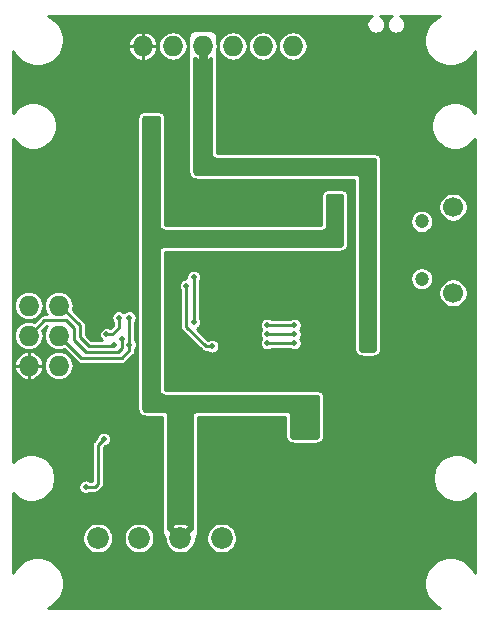
<source format=gbl>
%TF.GenerationSoftware,KiCad,Pcbnew,(5.0.1)-3*%
%TF.CreationDate,2018-10-26T14:13:05+13:00*%
%TF.ProjectId,TINY-REFLOW-CONTROLLER,54494E592D5245464C4F572D434F4E54,rev?*%
%TF.SameCoordinates,PX8f0d180PY5f5e100*%
%TF.FileFunction,Copper,L2,Bot,Signal*%
%TF.FilePolarity,Positive*%
%FSLAX46Y46*%
G04 Gerber Fmt 4.6, Leading zero omitted, Abs format (unit mm)*
G04 Created by KiCad (PCBNEW (5.0.1)-3) date 26/10/2018 14:13:05*
%MOMM*%
%LPD*%
G01*
G04 APERTURE LIST*
%TA.AperFunction,ComponentPad*%
%ADD10C,1.200000*%
%TD*%
%TA.AperFunction,ComponentPad*%
%ADD11C,1.700000*%
%TD*%
%TA.AperFunction,ComponentPad*%
%ADD12O,1.727200X1.727200*%
%TD*%
%TA.AperFunction,ComponentPad*%
%ADD13C,1.848000*%
%TD*%
%TA.AperFunction,ViaPad*%
%ADD14C,0.500000*%
%TD*%
%TA.AperFunction,Conductor*%
%ADD15C,0.381000*%
%TD*%
%TA.AperFunction,Conductor*%
%ADD16C,0.254000*%
%TD*%
%TA.AperFunction,Conductor*%
%ADD17C,0.508000*%
%TD*%
%TA.AperFunction,Conductor*%
%ADD18C,0.253000*%
%TD*%
G04 APERTURE END LIST*
D10*
%TO.P,J3,6*%
%TO.N,Net-(J3-Pad6)*%
X35051000Y28309000D03*
%TO.P,J3,7*%
%TO.N,Net-(J3-Pad7)*%
X35051000Y33159000D03*
D11*
%TO.P,J3,8*%
%TO.N,Net-(J3-Pad8)*%
X37701000Y27109000D03*
%TO.P,J3,9*%
%TO.N,Net-(J3-Pad9)*%
X37701000Y34359000D03*
%TD*%
D12*
%TO.P,J5,1*%
%TO.N,Net-(C7-Pad1)*%
X24130000Y48006000D03*
%TO.P,J5,2*%
%TO.N,/D0*%
X21590000Y48006000D03*
%TO.P,J5,3*%
%TO.N,/D1*%
X19050000Y48006000D03*
%TO.P,J5,4*%
%TO.N,VUSB*%
X16510000Y48006000D03*
%TO.P,J5,5*%
%TO.N,Net-(J5-Pad5)*%
X13970000Y48006000D03*
%TO.P,J5,6*%
%TO.N,GND*%
X11430000Y48006000D03*
%TD*%
%TO.P,J4,1*%
%TO.N,/D15*%
X4318000Y26035000D03*
%TO.P,J4,2*%
%TO.N,3V3*%
X1778000Y26035000D03*
%TO.P,J4,3*%
%TO.N,/D12*%
X4318000Y23495000D03*
%TO.P,J4,4*%
%TO.N,/D16*%
X1778000Y23495000D03*
%TO.P,J4,5*%
%TO.N,/RST*%
X4318000Y20955000D03*
%TO.P,J4,6*%
%TO.N,GND*%
X1778000Y20955000D03*
%TD*%
D13*
%TO.P,J2,1*%
%TO.N,3V3*%
X14605000Y6350000D03*
%TO.P,J2,2*%
%TO.N,Net-(J2-Pad2)*%
X18105000Y6350000D03*
%TD*%
%TO.P,J1,1*%
%TO.N,/TC-*%
X7620000Y6350000D03*
%TO.P,J1,2*%
%TO.N,/TC+*%
X11120000Y6350000D03*
%TD*%
D14*
%TO.N,GND*%
X10160000Y11430000D03*
X30480000Y6350000D03*
X35560000Y6350000D03*
X34290000Y5080000D03*
X25400000Y2540000D03*
X25400000Y5080000D03*
X24130000Y3810000D03*
X12700000Y5080000D03*
X10160000Y5080000D03*
X13970000Y1270000D03*
X11430000Y1270000D03*
X6350000Y1270000D03*
X5080000Y2540000D03*
X6350000Y3810000D03*
X7620000Y2540000D03*
X8890000Y3810000D03*
X10160000Y2540000D03*
X11430000Y3810000D03*
X12700000Y2540000D03*
X13970000Y3810000D03*
X15240000Y2540000D03*
X16510000Y3810000D03*
X17780000Y2540000D03*
X19050000Y3810000D03*
X20320000Y2540000D03*
X20320000Y5080000D03*
X20320000Y7620000D03*
X20320000Y10160000D03*
X20320000Y12700000D03*
X20320000Y15240000D03*
X21590000Y13970000D03*
X25400000Y10160000D03*
X24130000Y11430000D03*
X21590000Y8890000D03*
X21590000Y6350000D03*
X22860000Y5080000D03*
X24130000Y6350000D03*
X22860000Y7620000D03*
X24130000Y8890000D03*
X25400000Y7620000D03*
X8890000Y7620000D03*
X10160000Y8890000D03*
X8890000Y10160000D03*
X36830000Y25400000D03*
X34290000Y22860000D03*
X34290000Y17780000D03*
X36830000Y38100000D03*
X34290000Y43180000D03*
X34290000Y40640000D03*
X35560000Y39370000D03*
X34290000Y38100000D03*
X35560000Y36830000D03*
X34290000Y35560000D03*
X33020000Y31750000D03*
X33020000Y34290000D03*
X34290000Y7620000D03*
X31750000Y5080000D03*
X33020000Y6350000D03*
X31750000Y7620000D03*
X33020000Y8890000D03*
X31750000Y10160000D03*
X31750000Y12700000D03*
X33020000Y13970000D03*
X34290000Y15240000D03*
X35560000Y21590000D03*
X35560000Y13970000D03*
X36830000Y15240000D03*
X35560000Y16510000D03*
X35560000Y19050000D03*
X25400000Y21590000D03*
X27940000Y24130000D03*
X27940000Y26670000D03*
X27940000Y29210000D03*
X26670000Y27940000D03*
X26670000Y25400000D03*
X26670000Y22860000D03*
X24130000Y20320000D03*
X6350000Y16510000D03*
X6350000Y19050000D03*
X8890000Y19050000D03*
X10160000Y17780000D03*
X7620000Y20320000D03*
X17780000Y20320000D03*
X12700000Y10160000D03*
X12700000Y12700000D03*
X5080000Y48260000D03*
X38100000Y45720000D03*
X5080000Y40640000D03*
X7620000Y43180000D03*
X10160000Y40640000D03*
X22860000Y35560000D03*
X20320000Y35560000D03*
X7620000Y27940000D03*
X10160000Y20320000D03*
X7620000Y17780000D03*
X15240000Y20320000D03*
X20320000Y20320000D03*
X10160000Y38100000D03*
X10160000Y43180000D03*
X7620000Y40640000D03*
X7620000Y33020000D03*
X2540000Y33020000D03*
X2540000Y38100000D03*
X5080000Y43180000D03*
X2540000Y45720000D03*
X28956000Y43942000D03*
X30226000Y41402000D03*
X21844000Y25400000D03*
X22098000Y29210000D03*
X17018000Y25146000D03*
X17526000Y29210000D03*
X19558000Y27178000D03*
X20174000Y27810000D03*
X20174000Y26610000D03*
X18974000Y26610000D03*
X18974000Y27810000D03*
%TO.N,/TC-*%
X6616000Y10680000D03*
X8128000Y14732000D03*
%TO.N,3V3*%
X27940000Y34544000D03*
X27432000Y34036000D03*
X12700000Y41656000D03*
X12192000Y41656000D03*
X11684000Y41656000D03*
X17526000Y31496000D03*
X17526000Y32004000D03*
X11633000Y26797000D03*
X11633000Y27432000D03*
X11633000Y28067000D03*
X12446000Y17526000D03*
X12434000Y21832000D03*
X25908000Y15240000D03*
X25146000Y15240000D03*
X24384000Y15240000D03*
X25908000Y15748000D03*
X25146000Y15748000D03*
X24384000Y15748000D03*
%TO.N,/D12*%
X10287000Y25019000D03*
X10302000Y22718000D03*
%TO.N,/D16*%
X9652000Y23241000D03*
%TO.N,/D15*%
X9002000Y22733000D03*
%TO.N,/RST*%
X17293783Y22584217D03*
X21971000Y22860000D03*
X15113000Y27710000D03*
X24257000Y22860000D03*
%TO.N,VUSB*%
X30099000Y23114000D03*
X30861000Y23876000D03*
X30099000Y23876000D03*
%TO.N,/D14*%
X15748000Y28448000D03*
X15748000Y24638000D03*
%TO.N,/D11*%
X9398000Y25019000D03*
X8352000Y23592000D03*
%TO.N,/D0*%
X21971000Y23622000D03*
X24257000Y23622000D03*
%TO.N,/D1*%
X24257000Y24384000D03*
X21971000Y24384000D03*
%TD*%
D15*
%TO.N,GND*%
X8890000Y10160000D02*
X10160000Y11430000D01*
X34290000Y5080000D02*
X35560000Y6350000D01*
X24130000Y3810000D02*
X25400000Y2540000D01*
X22860000Y5080000D02*
X24130000Y3810000D01*
X8890000Y3810000D02*
X10160000Y5080000D01*
X10160000Y2540000D02*
X11430000Y1270000D01*
X6350000Y3810000D02*
X5080000Y2540000D01*
X8890000Y3810000D02*
X7620000Y2540000D01*
X11430000Y3810000D02*
X10160000Y2540000D01*
X13970000Y3810000D02*
X12700000Y2540000D01*
X16510000Y3810000D02*
X15240000Y2540000D01*
X19050000Y3810000D02*
X17780000Y2540000D01*
X20320000Y5080000D02*
X20320000Y2540000D01*
X21590000Y8890000D02*
X20320000Y7620000D01*
X20320000Y15240000D02*
X20320000Y12700000D01*
X24130000Y11430000D02*
X21590000Y13970000D01*
X24130000Y11430000D02*
X25400000Y10160000D01*
X21590000Y6350000D02*
X21590000Y8890000D01*
X24130000Y6350000D02*
X22860000Y5080000D01*
X24130000Y8890000D02*
X22860000Y7620000D01*
X31750000Y7620000D02*
X25400000Y7620000D01*
X10160000Y8890000D02*
X8890000Y7620000D01*
X12700000Y10160000D02*
X8890000Y10160000D01*
X35560000Y21590000D02*
X34290000Y22860000D01*
X34290000Y38100000D02*
X36830000Y38100000D01*
X34290000Y40640000D02*
X34290000Y43180000D01*
D16*
X34290000Y40640000D02*
X33528000Y41402000D01*
D15*
X35560000Y39370000D02*
X34290000Y40640000D01*
D16*
X35560000Y39370000D02*
X35560000Y43180000D01*
X33528000Y41402000D02*
X30226000Y41402000D01*
X35560000Y43180000D02*
X38100000Y45720000D01*
D15*
X34290000Y35560000D02*
X35560000Y36830000D01*
X33020000Y34290000D02*
X33020000Y31750000D01*
X33020000Y6350000D02*
X31750000Y5080000D01*
X33020000Y8890000D02*
X31750000Y7620000D01*
X31750000Y12700000D02*
X31750000Y10160000D01*
X35560000Y13970000D02*
X33020000Y13970000D01*
X35560000Y19050000D02*
X35560000Y21590000D01*
X35560000Y16510000D02*
X36830000Y15240000D01*
X30480000Y19050000D02*
X35560000Y19050000D01*
X26670000Y22860000D02*
X30480000Y19050000D01*
X27940000Y26670000D02*
X27940000Y24130000D01*
X26670000Y27940000D02*
X27940000Y29210000D01*
X26670000Y22860000D02*
X26670000Y25400000D01*
X20320000Y20320000D02*
X24130000Y20320000D01*
D16*
X7620000Y20320000D02*
X6350000Y19050000D01*
X7620000Y20320000D02*
X10160000Y17780000D01*
X15240000Y20320000D02*
X17780000Y20320000D01*
X7620000Y17780000D02*
X12700000Y12700000D01*
X5080000Y43180000D02*
X5080000Y40640000D01*
X20320000Y35560000D02*
X22860000Y35560000D01*
X7620000Y33020000D02*
X7620000Y27940000D01*
X1778000Y18542000D02*
X2540000Y17780000D01*
X2540000Y17780000D02*
X7620000Y17780000D01*
X1778000Y20955000D02*
X1778000Y18542000D01*
X20174000Y26610000D02*
X20174000Y20466000D01*
X20174000Y20466000D02*
X20320000Y20320000D01*
X7620000Y40640000D02*
X10160000Y43180000D01*
X2540000Y33020000D02*
X7620000Y33020000D01*
X5080000Y40640000D02*
X2540000Y38100000D01*
X7366000Y48006000D02*
X5080000Y45720000D01*
X5080000Y45720000D02*
X2540000Y45720000D01*
X11430000Y48006000D02*
X7366000Y48006000D01*
X29210000Y41910000D02*
X28956000Y42164000D01*
X28956000Y42164000D02*
X28956000Y43942000D01*
X29718000Y41402000D02*
X29210000Y41910000D01*
X30226000Y41402000D02*
X29718000Y41402000D01*
X22098000Y29210000D02*
X22098000Y25654000D01*
X22098000Y25654000D02*
X21844000Y25400000D01*
X17526000Y29210000D02*
X22098000Y29210000D01*
X17018000Y28702000D02*
X17018000Y25146000D01*
X17526000Y29210000D02*
X17018000Y28702000D01*
X18974000Y27810000D02*
X18926000Y27810000D01*
X18926000Y27810000D02*
X17526000Y29210000D01*
X18974000Y26610000D02*
X18990000Y26610000D01*
X18990000Y26610000D02*
X19558000Y27178000D01*
%TO.N,/TC-*%
X6616000Y10680000D02*
X7378000Y10680000D01*
X7378000Y10680000D02*
X7620000Y10922000D01*
X7620000Y14224000D02*
X7620000Y10922000D01*
X8128000Y14732000D02*
X7620000Y14224000D01*
D17*
%TO.N,3V3*%
X27432000Y34036000D02*
X27432000Y32004000D01*
X27178000Y31750000D02*
X17780000Y31750000D01*
X27432000Y32004000D02*
X27178000Y31750000D01*
D16*
X17780000Y31750000D02*
X17526000Y31496000D01*
D17*
X12192000Y41656000D02*
X12192000Y28626000D01*
X12192000Y28626000D02*
X11633000Y28067000D01*
X11684000Y41656000D02*
X12192000Y41656000D01*
D16*
X17526000Y32004000D02*
X17526000Y31496000D01*
D17*
X15494000Y17272000D02*
X15494000Y7239000D01*
X15494000Y7239000D02*
X14605000Y6350000D01*
X16002000Y17780000D02*
X15494000Y17272000D01*
X25908000Y17780000D02*
X16002000Y17780000D01*
X25908000Y15748000D02*
X25908000Y17780000D01*
X24384000Y15748000D02*
X24384000Y17780000D01*
X24384000Y17780000D02*
X14986000Y17780000D01*
X14986000Y17780000D02*
X13716000Y16510000D01*
X13716000Y16510000D02*
X13716000Y7239000D01*
X13716000Y7239000D02*
X14605000Y6350000D01*
D16*
X12446000Y17526000D02*
X24638000Y17526000D01*
X24638000Y17526000D02*
X25146000Y17018000D01*
X25146000Y17018000D02*
X25146000Y15748000D01*
X12434000Y21832000D02*
X12434000Y17538000D01*
X12434000Y17538000D02*
X12446000Y17526000D01*
X25146000Y15240000D02*
X25908000Y15240000D01*
X24384000Y15748000D02*
X24384000Y15240000D01*
X25146000Y15748000D02*
X24384000Y15748000D01*
%TO.N,/D12*%
X10302000Y22718000D02*
X10302000Y22240000D01*
X10302000Y22240000D02*
X9652000Y21590000D01*
X9652000Y21590000D02*
X6223000Y21590000D01*
X6223000Y21590000D02*
X4318000Y23495000D01*
X10287000Y25019000D02*
X10302000Y25004000D01*
X10302000Y25004000D02*
X10302000Y22718000D01*
%TO.N,/D16*%
X9652000Y23241000D02*
X9652000Y22449118D01*
X9652000Y22449118D02*
X9300882Y22098000D01*
X9300882Y22098000D02*
X6604000Y22098000D01*
X3073399Y24790399D02*
X1778000Y23495000D01*
X6604000Y22098000D02*
X5588000Y23114000D01*
X5588000Y23114000D02*
X5588000Y24130000D01*
X5588000Y24130000D02*
X4927601Y24790399D01*
X4927601Y24790399D02*
X3073399Y24790399D01*
%TO.N,/D15*%
X4318000Y26035000D02*
X4445000Y26035000D01*
X8875000Y22606000D02*
X9002000Y22733000D01*
X4445000Y26035000D02*
X6096000Y24384000D01*
X6858000Y22606000D02*
X8875000Y22606000D01*
X6096000Y24384000D02*
X6096000Y23368000D01*
X6096000Y23368000D02*
X6858000Y22606000D01*
%TO.N,/RST*%
X17293783Y22584217D02*
X16785783Y22584217D01*
X16785783Y22584217D02*
X15113000Y24257000D01*
X15113000Y24257000D02*
X15113000Y27710000D01*
X21971000Y22860000D02*
X24257000Y22860000D01*
%TO.N,VUSB*%
X30861000Y23876000D02*
X30099000Y23876000D01*
X30861000Y23876000D02*
X30734000Y24003000D01*
X30734000Y24003000D02*
X30734000Y37846000D01*
X30734000Y37846000D02*
X16510000Y37846000D01*
X16510000Y37846000D02*
X16510000Y48006000D01*
%TO.N,/D14*%
X15748000Y28448000D02*
X15748000Y24638000D01*
X15769783Y24659783D02*
X15748000Y24638000D01*
%TO.N,/D11*%
X9398000Y25019000D02*
X9398000Y24130000D01*
X9398000Y24130000D02*
X8860000Y23592000D01*
X8860000Y23592000D02*
X8352000Y23592000D01*
%TO.N,/D0*%
X21971000Y23622000D02*
X24257000Y23622000D01*
%TO.N,/D1*%
X24257000Y24384000D02*
X21971000Y24384000D01*
%TD*%
%TO.N,VUSB*%
G36*
X16764000Y48260000D02*
X16784000Y48260000D01*
X16784000Y47752000D01*
X16764000Y47752000D01*
X16764000Y46882832D01*
X16951475Y46842317D01*
X17170015Y46950804D01*
X17208500Y46980496D01*
X17208500Y38858000D01*
X17210940Y38833224D01*
X17229970Y38737553D01*
X17237197Y38713728D01*
X17248933Y38691772D01*
X17303126Y38610666D01*
X17318920Y38591421D01*
X17338166Y38575626D01*
X17419272Y38521433D01*
X17441229Y38509697D01*
X17465053Y38502470D01*
X17560724Y38483440D01*
X17585500Y38481000D01*
X30979491Y38481000D01*
X31038119Y38469338D01*
X31077215Y38443215D01*
X31103338Y38404119D01*
X31115000Y38345491D01*
X31115000Y22360509D01*
X31103338Y22301881D01*
X31077215Y22262785D01*
X31038119Y22236662D01*
X30979491Y22225000D01*
X29980509Y22225000D01*
X29921881Y22236662D01*
X29882785Y22262785D01*
X29856662Y22301881D01*
X29845000Y22360509D01*
X29845000Y36834000D01*
X29842560Y36858776D01*
X29823530Y36954447D01*
X29816303Y36978272D01*
X29804567Y37000228D01*
X29750374Y37081334D01*
X29734580Y37100579D01*
X29715334Y37116374D01*
X29634228Y37170567D01*
X29612271Y37182303D01*
X29588447Y37189530D01*
X29492776Y37208560D01*
X29468000Y37211000D01*
X15947009Y37211000D01*
X15888381Y37222662D01*
X15849285Y37248785D01*
X15823162Y37287881D01*
X15811500Y37346509D01*
X15811500Y46980496D01*
X15849985Y46950804D01*
X16068525Y46842317D01*
X16256000Y46882832D01*
X16256000Y47752000D01*
X16236000Y47752000D01*
X16236000Y48260000D01*
X16256000Y48260000D01*
X16256000Y48280000D01*
X16764000Y48280000D01*
X16764000Y48260000D01*
X16764000Y48260000D01*
G37*
X16764000Y48260000D02*
X16784000Y48260000D01*
X16784000Y47752000D01*
X16764000Y47752000D01*
X16764000Y46882832D01*
X16951475Y46842317D01*
X17170015Y46950804D01*
X17208500Y46980496D01*
X17208500Y38858000D01*
X17210940Y38833224D01*
X17229970Y38737553D01*
X17237197Y38713728D01*
X17248933Y38691772D01*
X17303126Y38610666D01*
X17318920Y38591421D01*
X17338166Y38575626D01*
X17419272Y38521433D01*
X17441229Y38509697D01*
X17465053Y38502470D01*
X17560724Y38483440D01*
X17585500Y38481000D01*
X30979491Y38481000D01*
X31038119Y38469338D01*
X31077215Y38443215D01*
X31103338Y38404119D01*
X31115000Y38345491D01*
X31115000Y22360509D01*
X31103338Y22301881D01*
X31077215Y22262785D01*
X31038119Y22236662D01*
X30979491Y22225000D01*
X29980509Y22225000D01*
X29921881Y22236662D01*
X29882785Y22262785D01*
X29856662Y22301881D01*
X29845000Y22360509D01*
X29845000Y36834000D01*
X29842560Y36858776D01*
X29823530Y36954447D01*
X29816303Y36978272D01*
X29804567Y37000228D01*
X29750374Y37081334D01*
X29734580Y37100579D01*
X29715334Y37116374D01*
X29634228Y37170567D01*
X29612271Y37182303D01*
X29588447Y37189530D01*
X29492776Y37208560D01*
X29468000Y37211000D01*
X15947009Y37211000D01*
X15888381Y37222662D01*
X15849285Y37248785D01*
X15823162Y37287881D01*
X15811500Y37346509D01*
X15811500Y46980496D01*
X15849985Y46950804D01*
X16068525Y46842317D01*
X16256000Y46882832D01*
X16256000Y47752000D01*
X16236000Y47752000D01*
X16236000Y48260000D01*
X16256000Y48260000D01*
X16256000Y48280000D01*
X16764000Y48280000D01*
X16764000Y48260000D01*
D18*
%TO.N,GND*%
G36*
X30784294Y50529671D02*
X30656460Y50444254D01*
X30547746Y50335540D01*
X30462329Y50207706D01*
X30403494Y50065664D01*
X30373500Y49914873D01*
X30373500Y49761127D01*
X30403494Y49610336D01*
X30462329Y49468294D01*
X30547746Y49340460D01*
X30656460Y49231746D01*
X30784294Y49146329D01*
X30926336Y49087494D01*
X31077127Y49057500D01*
X31230873Y49057500D01*
X31381664Y49087494D01*
X31523706Y49146329D01*
X31651540Y49231746D01*
X31760254Y49340460D01*
X31845671Y49468294D01*
X31904506Y49610336D01*
X31934500Y49761127D01*
X31934500Y49914873D01*
X31904506Y50065664D01*
X31845671Y50207706D01*
X31760254Y50335540D01*
X31651540Y50444254D01*
X31523706Y50529671D01*
X31487905Y50544500D01*
X32520095Y50544500D01*
X32484294Y50529671D01*
X32356460Y50444254D01*
X32247746Y50335540D01*
X32162329Y50207706D01*
X32103494Y50065664D01*
X32073500Y49914873D01*
X32073500Y49761127D01*
X32103494Y49610336D01*
X32162329Y49468294D01*
X32247746Y49340460D01*
X32356460Y49231746D01*
X32484294Y49146329D01*
X32626336Y49087494D01*
X32777127Y49057500D01*
X32930873Y49057500D01*
X33081664Y49087494D01*
X33223706Y49146329D01*
X33351540Y49231746D01*
X33460254Y49340460D01*
X33545671Y49468294D01*
X33604506Y49610336D01*
X33634500Y49761127D01*
X33634500Y49914873D01*
X33604506Y50065664D01*
X33545671Y50207706D01*
X33460254Y50335540D01*
X33351540Y50444254D01*
X33223706Y50529671D01*
X33187905Y50544500D01*
X36617734Y50544500D01*
X36445357Y50473099D01*
X36080689Y50229435D01*
X35770565Y49919311D01*
X35526901Y49554643D01*
X35359063Y49149446D01*
X35273500Y48719291D01*
X35273500Y48280709D01*
X35359063Y47850554D01*
X35526901Y47445357D01*
X35770565Y47080689D01*
X36080689Y46770565D01*
X36445357Y46526901D01*
X36850554Y46359063D01*
X37280709Y46273500D01*
X37719291Y46273500D01*
X38149446Y46359063D01*
X38554643Y46526901D01*
X38919311Y46770565D01*
X39229435Y47080689D01*
X39473099Y47445357D01*
X39544500Y47617734D01*
X39544500Y42361605D01*
X39424085Y42541818D01*
X39141818Y42824085D01*
X38809908Y43045861D01*
X38441108Y43198622D01*
X38049593Y43276500D01*
X37650407Y43276500D01*
X37258892Y43198622D01*
X36890092Y43045861D01*
X36558182Y42824085D01*
X36275915Y42541818D01*
X36054139Y42209908D01*
X35901378Y41841108D01*
X35823500Y41449593D01*
X35823500Y41050407D01*
X35901378Y40658892D01*
X36054139Y40290092D01*
X36275915Y39958182D01*
X36558182Y39675915D01*
X36890092Y39454139D01*
X37258892Y39301378D01*
X37650407Y39223500D01*
X38049593Y39223500D01*
X38441108Y39301378D01*
X38809908Y39454139D01*
X39141818Y39675915D01*
X39424085Y39958182D01*
X39544500Y40138395D01*
X39544501Y12771402D01*
X39291818Y13024085D01*
X38959908Y13245861D01*
X38591108Y13398622D01*
X38199593Y13476500D01*
X37800407Y13476500D01*
X37408892Y13398622D01*
X37040092Y13245861D01*
X36708182Y13024085D01*
X36425915Y12741818D01*
X36204139Y12409908D01*
X36051378Y12041108D01*
X35973500Y11649593D01*
X35973500Y11250407D01*
X36051378Y10858892D01*
X36204139Y10490092D01*
X36425915Y10158182D01*
X36708182Y9875915D01*
X37040092Y9654139D01*
X37408892Y9501378D01*
X37800407Y9423500D01*
X38199593Y9423500D01*
X38591108Y9501378D01*
X38959908Y9654139D01*
X39291818Y9875915D01*
X39544501Y10128598D01*
X39544501Y3382263D01*
X39473099Y3554643D01*
X39229435Y3919311D01*
X38919311Y4229435D01*
X38554643Y4473099D01*
X38149446Y4640937D01*
X37719291Y4726500D01*
X37280709Y4726500D01*
X36850554Y4640937D01*
X36445357Y4473099D01*
X36080689Y4229435D01*
X35770565Y3919311D01*
X35526901Y3554643D01*
X35359063Y3149446D01*
X35273500Y2719291D01*
X35273500Y2280709D01*
X35359063Y1850554D01*
X35526901Y1445357D01*
X35770565Y1080689D01*
X36080689Y770565D01*
X36445357Y526901D01*
X36617734Y455500D01*
X3382266Y455500D01*
X3554643Y526901D01*
X3919311Y770565D01*
X4229435Y1080689D01*
X4473099Y1445357D01*
X4640937Y1850554D01*
X4726500Y2280709D01*
X4726500Y2719291D01*
X4640937Y3149446D01*
X4473099Y3554643D01*
X4229435Y3919311D01*
X3919311Y4229435D01*
X3554643Y4473099D01*
X3149446Y4640937D01*
X2719291Y4726500D01*
X2280709Y4726500D01*
X1850554Y4640937D01*
X1445357Y4473099D01*
X1080689Y4229435D01*
X770565Y3919311D01*
X526901Y3554643D01*
X455500Y3382266D01*
X455500Y6478482D01*
X6315500Y6478482D01*
X6315500Y6221518D01*
X6365631Y5969491D01*
X6463967Y5732088D01*
X6606729Y5518430D01*
X6788430Y5336729D01*
X7002088Y5193967D01*
X7239491Y5095631D01*
X7491518Y5045500D01*
X7748482Y5045500D01*
X8000509Y5095631D01*
X8237912Y5193967D01*
X8451570Y5336729D01*
X8633271Y5518430D01*
X8776033Y5732088D01*
X8874369Y5969491D01*
X8924500Y6221518D01*
X8924500Y6478482D01*
X9815500Y6478482D01*
X9815500Y6221518D01*
X9865631Y5969491D01*
X9963967Y5732088D01*
X10106729Y5518430D01*
X10288430Y5336729D01*
X10502088Y5193967D01*
X10739491Y5095631D01*
X10991518Y5045500D01*
X11248482Y5045500D01*
X11500509Y5095631D01*
X11737912Y5193967D01*
X11951570Y5336729D01*
X12133271Y5518430D01*
X12276033Y5732088D01*
X12374369Y5969491D01*
X12424500Y6221518D01*
X12424500Y6478482D01*
X12374369Y6730509D01*
X12276033Y6967912D01*
X12133271Y7181570D01*
X11951570Y7363271D01*
X11737912Y7506033D01*
X11500509Y7604369D01*
X11248482Y7654500D01*
X10991518Y7654500D01*
X10739491Y7604369D01*
X10502088Y7506033D01*
X10288430Y7363271D01*
X10106729Y7181570D01*
X9963967Y6967912D01*
X9865631Y6730509D01*
X9815500Y6478482D01*
X8924500Y6478482D01*
X8874369Y6730509D01*
X8776033Y6967912D01*
X8633271Y7181570D01*
X8451570Y7363271D01*
X8237912Y7506033D01*
X8000509Y7604369D01*
X7748482Y7654500D01*
X7491518Y7654500D01*
X7239491Y7604369D01*
X7002088Y7506033D01*
X6788430Y7363271D01*
X6606729Y7181570D01*
X6463967Y6967912D01*
X6365631Y6730509D01*
X6315500Y6478482D01*
X455500Y6478482D01*
X455500Y10128597D01*
X708182Y9875915D01*
X1040092Y9654139D01*
X1408892Y9501378D01*
X1800407Y9423500D01*
X2199593Y9423500D01*
X2591108Y9501378D01*
X2959908Y9654139D01*
X3291818Y9875915D01*
X3574085Y10158182D01*
X3795861Y10490092D01*
X3900245Y10742099D01*
X5985500Y10742099D01*
X5985500Y10617901D01*
X6009729Y10496090D01*
X6057258Y10381346D01*
X6126258Y10278080D01*
X6214080Y10190258D01*
X6317346Y10121258D01*
X6432090Y10073729D01*
X6553901Y10049500D01*
X6678099Y10049500D01*
X6799910Y10073729D01*
X6914654Y10121258D01*
X6991343Y10172500D01*
X7353075Y10172500D01*
X7378000Y10170045D01*
X7402925Y10172500D01*
X7477487Y10179844D01*
X7573151Y10208863D01*
X7661316Y10255988D01*
X7738593Y10319407D01*
X7754487Y10338774D01*
X7961221Y10545509D01*
X7980593Y10561407D01*
X8044012Y10638684D01*
X8091137Y10726849D01*
X8120156Y10822513D01*
X8127500Y10897075D01*
X8129955Y10922000D01*
X8127500Y10946925D01*
X8127500Y14013787D01*
X8221449Y14107736D01*
X8311910Y14125729D01*
X8426654Y14173258D01*
X8529920Y14242258D01*
X8617742Y14330080D01*
X8686742Y14433346D01*
X8734271Y14548090D01*
X8758500Y14669901D01*
X8758500Y14794099D01*
X8734271Y14915910D01*
X8686742Y15030654D01*
X8617742Y15133920D01*
X8529920Y15221742D01*
X8426654Y15290742D01*
X8311910Y15338271D01*
X8190099Y15362500D01*
X8065901Y15362500D01*
X7944090Y15338271D01*
X7829346Y15290742D01*
X7726080Y15221742D01*
X7638258Y15133920D01*
X7569258Y15030654D01*
X7521729Y14915910D01*
X7503736Y14825449D01*
X7278774Y14600487D01*
X7259407Y14584593D01*
X7195988Y14507316D01*
X7148863Y14419150D01*
X7136332Y14377841D01*
X7119844Y14323487D01*
X7110045Y14224000D01*
X7112500Y14199075D01*
X7112501Y11187500D01*
X6991343Y11187500D01*
X6914654Y11238742D01*
X6799910Y11286271D01*
X6678099Y11310500D01*
X6553901Y11310500D01*
X6432090Y11286271D01*
X6317346Y11238742D01*
X6214080Y11169742D01*
X6126258Y11081920D01*
X6057258Y10978654D01*
X6009729Y10863910D01*
X5985500Y10742099D01*
X3900245Y10742099D01*
X3948622Y10858892D01*
X4026500Y11250407D01*
X4026500Y11649593D01*
X3948622Y12041108D01*
X3795861Y12409908D01*
X3574085Y12741818D01*
X3291818Y13024085D01*
X2959908Y13245861D01*
X2591108Y13398622D01*
X2199593Y13476500D01*
X1800407Y13476500D01*
X1408892Y13398622D01*
X1040092Y13245861D01*
X708182Y13024085D01*
X455500Y12771403D01*
X455500Y20759886D01*
X549295Y20759886D01*
X610969Y20523927D01*
X717491Y20304533D01*
X864768Y20110136D01*
X1047140Y19948207D01*
X1257599Y19824969D01*
X1488056Y19745157D01*
X1582886Y19726295D01*
X1777500Y19806025D01*
X1777500Y20954500D01*
X1778500Y20954500D01*
X1778500Y19806025D01*
X1973114Y19726295D01*
X2067944Y19745157D01*
X2298401Y19824969D01*
X2508860Y19948207D01*
X2691232Y20110136D01*
X2838509Y20304533D01*
X2945031Y20523927D01*
X3006705Y20759886D01*
X2926975Y20954500D01*
X1778500Y20954500D01*
X1777500Y20954500D01*
X629025Y20954500D01*
X549295Y20759886D01*
X455500Y20759886D01*
X455500Y20955000D01*
X3067881Y20955000D01*
X3091902Y20711114D01*
X3163041Y20476600D01*
X3278564Y20260471D01*
X3434032Y20071032D01*
X3623471Y19915564D01*
X3839600Y19800041D01*
X4074114Y19728902D01*
X4256889Y19710900D01*
X4379111Y19710900D01*
X4561886Y19728902D01*
X4796400Y19800041D01*
X5012529Y19915564D01*
X5201968Y20071032D01*
X5357436Y20260471D01*
X5472959Y20476600D01*
X5544098Y20711114D01*
X5568119Y20955000D01*
X5544098Y21198886D01*
X5472959Y21433400D01*
X5357436Y21649529D01*
X5201968Y21838968D01*
X5012529Y21994436D01*
X4796400Y22109959D01*
X4561886Y22181098D01*
X4379111Y22199100D01*
X4256889Y22199100D01*
X4074114Y22181098D01*
X3839600Y22109959D01*
X3623471Y21994436D01*
X3434032Y21838968D01*
X3278564Y21649529D01*
X3163041Y21433400D01*
X3091902Y21198886D01*
X3067881Y20955000D01*
X455500Y20955000D01*
X455500Y21150114D01*
X549295Y21150114D01*
X629025Y20955500D01*
X1777500Y20955500D01*
X1777500Y22103975D01*
X1778500Y22103975D01*
X1778500Y20955500D01*
X2926975Y20955500D01*
X3006705Y21150114D01*
X2945031Y21386073D01*
X2838509Y21605467D01*
X2691232Y21799864D01*
X2508860Y21961793D01*
X2298401Y22085031D01*
X2067944Y22164843D01*
X1973114Y22183705D01*
X1778500Y22103975D01*
X1777500Y22103975D01*
X1582886Y22183705D01*
X1488056Y22164843D01*
X1257599Y22085031D01*
X1047140Y21961793D01*
X864768Y21799864D01*
X717491Y21605467D01*
X610969Y21386073D01*
X549295Y21150114D01*
X455500Y21150114D01*
X455500Y23495000D01*
X527881Y23495000D01*
X551902Y23251114D01*
X623041Y23016600D01*
X738564Y22800471D01*
X894032Y22611032D01*
X1083471Y22455564D01*
X1299600Y22340041D01*
X1534114Y22268902D01*
X1716889Y22250900D01*
X1839111Y22250900D01*
X2021886Y22268902D01*
X2256400Y22340041D01*
X2472529Y22455564D01*
X2661968Y22611032D01*
X2817436Y22800471D01*
X2932959Y23016600D01*
X3004098Y23251114D01*
X3028119Y23495000D01*
X3004098Y23738886D01*
X2942537Y23941824D01*
X3283612Y24282899D01*
X3355190Y24282899D01*
X3278564Y24189529D01*
X3163041Y23973400D01*
X3091902Y23738886D01*
X3067881Y23495000D01*
X3091902Y23251114D01*
X3163041Y23016600D01*
X3278564Y22800471D01*
X3434032Y22611032D01*
X3623471Y22455564D01*
X3839600Y22340041D01*
X4074114Y22268902D01*
X4256889Y22250900D01*
X4379111Y22250900D01*
X4561886Y22268902D01*
X4764824Y22330463D01*
X5846513Y21248774D01*
X5862407Y21229407D01*
X5939684Y21165988D01*
X6027849Y21118863D01*
X6123513Y21089844D01*
X6223000Y21080045D01*
X6247925Y21082500D01*
X9627075Y21082500D01*
X9652000Y21080045D01*
X9676925Y21082500D01*
X9751487Y21089844D01*
X9847151Y21118863D01*
X9935316Y21165988D01*
X10012593Y21229407D01*
X10028487Y21248774D01*
X10643226Y21863513D01*
X10662593Y21879407D01*
X10726012Y21956684D01*
X10773137Y22044849D01*
X10802156Y22140513D01*
X10806241Y22181989D01*
X10811955Y22240000D01*
X10809500Y22264925D01*
X10809500Y22342657D01*
X10860742Y22419346D01*
X10908271Y22534090D01*
X10932500Y22655901D01*
X10932500Y22780099D01*
X10908271Y22901910D01*
X10860742Y23016654D01*
X10809500Y23093343D01*
X10809500Y24666106D01*
X10845742Y24720346D01*
X10893271Y24835090D01*
X10917500Y24956901D01*
X10917500Y25081099D01*
X10893271Y25202910D01*
X10845742Y25317654D01*
X10776742Y25420920D01*
X10688920Y25508742D01*
X10585654Y25577742D01*
X10470910Y25625271D01*
X10349099Y25649500D01*
X10224901Y25649500D01*
X10103090Y25625271D01*
X9988346Y25577742D01*
X9885080Y25508742D01*
X9842500Y25466162D01*
X9799920Y25508742D01*
X9696654Y25577742D01*
X9581910Y25625271D01*
X9460099Y25649500D01*
X9335901Y25649500D01*
X9214090Y25625271D01*
X9099346Y25577742D01*
X8996080Y25508742D01*
X8908258Y25420920D01*
X8839258Y25317654D01*
X8791729Y25202910D01*
X8767500Y25081099D01*
X8767500Y24956901D01*
X8791729Y24835090D01*
X8839258Y24720346D01*
X8890500Y24643656D01*
X8890501Y24340214D01*
X8680852Y24130565D01*
X8650654Y24150742D01*
X8535910Y24198271D01*
X8414099Y24222500D01*
X8289901Y24222500D01*
X8168090Y24198271D01*
X8053346Y24150742D01*
X7950080Y24081742D01*
X7862258Y23993920D01*
X7793258Y23890654D01*
X7745729Y23775910D01*
X7721500Y23654099D01*
X7721500Y23529901D01*
X7745729Y23408090D01*
X7793258Y23293346D01*
X7862258Y23190080D01*
X7938838Y23113500D01*
X7068213Y23113500D01*
X6603500Y23578213D01*
X6603500Y24359075D01*
X6605955Y24384000D01*
X6596156Y24483487D01*
X6567137Y24579152D01*
X6549004Y24613075D01*
X6520012Y24667316D01*
X6456593Y24744593D01*
X6437226Y24760487D01*
X5512096Y25685617D01*
X5544098Y25791114D01*
X5568119Y26035000D01*
X5544098Y26278886D01*
X5472959Y26513400D01*
X5357436Y26729529D01*
X5201968Y26918968D01*
X5012529Y27074436D01*
X4796400Y27189959D01*
X4561886Y27261098D01*
X4379111Y27279100D01*
X4256889Y27279100D01*
X4074114Y27261098D01*
X3839600Y27189959D01*
X3623471Y27074436D01*
X3434032Y26918968D01*
X3278564Y26729529D01*
X3163041Y26513400D01*
X3091902Y26278886D01*
X3067881Y26035000D01*
X3091902Y25791114D01*
X3163041Y25556600D01*
X3278564Y25340471D01*
X3313502Y25297899D01*
X3098324Y25297899D01*
X3073399Y25300354D01*
X3048474Y25297899D01*
X2973912Y25290555D01*
X2878248Y25261536D01*
X2790083Y25214411D01*
X2712806Y25150992D01*
X2696912Y25131625D01*
X2224824Y24659537D01*
X2021886Y24721098D01*
X1839111Y24739100D01*
X1716889Y24739100D01*
X1534114Y24721098D01*
X1299600Y24649959D01*
X1083471Y24534436D01*
X894032Y24378968D01*
X738564Y24189529D01*
X623041Y23973400D01*
X551902Y23738886D01*
X527881Y23495000D01*
X455500Y23495000D01*
X455500Y26035000D01*
X527881Y26035000D01*
X551902Y25791114D01*
X623041Y25556600D01*
X738564Y25340471D01*
X894032Y25151032D01*
X1083471Y24995564D01*
X1299600Y24880041D01*
X1534114Y24808902D01*
X1716889Y24790900D01*
X1839111Y24790900D01*
X2021886Y24808902D01*
X2256400Y24880041D01*
X2472529Y24995564D01*
X2661968Y25151032D01*
X2817436Y25340471D01*
X2932959Y25556600D01*
X3004098Y25791114D01*
X3028119Y26035000D01*
X3004098Y26278886D01*
X2932959Y26513400D01*
X2817436Y26729529D01*
X2661968Y26918968D01*
X2472529Y27074436D01*
X2256400Y27189959D01*
X2021886Y27261098D01*
X1839111Y27279100D01*
X1716889Y27279100D01*
X1534114Y27261098D01*
X1299600Y27189959D01*
X1083471Y27074436D01*
X894032Y26918968D01*
X738564Y26729529D01*
X623041Y26513400D01*
X551902Y26278886D01*
X527881Y26035000D01*
X455500Y26035000D01*
X455500Y40138395D01*
X575915Y39958182D01*
X858182Y39675915D01*
X1190092Y39454139D01*
X1558892Y39301378D01*
X1950407Y39223500D01*
X2349593Y39223500D01*
X2741108Y39301378D01*
X3109908Y39454139D01*
X3441818Y39675915D01*
X3724085Y39958182D01*
X3945861Y40290092D01*
X4098622Y40658892D01*
X4176500Y41050407D01*
X4176500Y41449593D01*
X4098622Y41841108D01*
X4068430Y41914000D01*
X10986000Y41914000D01*
X10986000Y17268000D01*
X10993311Y17193769D01*
X11012341Y17098098D01*
X11069155Y16960935D01*
X11123348Y16879829D01*
X11228329Y16774848D01*
X11309435Y16720655D01*
X11446598Y16663841D01*
X11542269Y16644811D01*
X11616500Y16637500D01*
X13081500Y16637500D01*
X13081500Y16541162D01*
X13078431Y16510000D01*
X13081500Y16478838D01*
X13081500Y7270162D01*
X13078431Y7239000D01*
X13081500Y7207838D01*
X13081500Y6854000D01*
X13088811Y6779769D01*
X13107841Y6684098D01*
X13164655Y6546935D01*
X13218848Y6465829D01*
X13300500Y6384177D01*
X13300500Y6221518D01*
X13350631Y5969491D01*
X13448967Y5732088D01*
X13591729Y5518430D01*
X13773430Y5336729D01*
X13987088Y5193967D01*
X14224491Y5095631D01*
X14476518Y5045500D01*
X14733482Y5045500D01*
X14985509Y5095631D01*
X15222912Y5193967D01*
X15436570Y5336729D01*
X15618271Y5518430D01*
X15761033Y5732088D01*
X15859369Y5969491D01*
X15909500Y6221518D01*
X15909500Y6384177D01*
X15991152Y6465829D01*
X15999606Y6478482D01*
X16800500Y6478482D01*
X16800500Y6221518D01*
X16850631Y5969491D01*
X16948967Y5732088D01*
X17091729Y5518430D01*
X17273430Y5336729D01*
X17487088Y5193967D01*
X17724491Y5095631D01*
X17976518Y5045500D01*
X18233482Y5045500D01*
X18485509Y5095631D01*
X18722912Y5193967D01*
X18936570Y5336729D01*
X19118271Y5518430D01*
X19261033Y5732088D01*
X19359369Y5969491D01*
X19409500Y6221518D01*
X19409500Y6478482D01*
X19359369Y6730509D01*
X19261033Y6967912D01*
X19118271Y7181570D01*
X18936570Y7363271D01*
X18722912Y7506033D01*
X18485509Y7604369D01*
X18233482Y7654500D01*
X17976518Y7654500D01*
X17724491Y7604369D01*
X17487088Y7506033D01*
X17273430Y7363271D01*
X17091729Y7181570D01*
X16948967Y6967912D01*
X16850631Y6730509D01*
X16800500Y6478482D01*
X15999606Y6478482D01*
X16045345Y6546935D01*
X16102159Y6684098D01*
X16121189Y6779769D01*
X16128500Y6854000D01*
X16128500Y7207830D01*
X16131570Y7239000D01*
X16128500Y7270169D01*
X16128500Y16637500D01*
X23495500Y16637500D01*
X23495500Y14982000D01*
X23502811Y14907769D01*
X23521841Y14812098D01*
X23578655Y14674935D01*
X23632848Y14593829D01*
X23737829Y14488848D01*
X23818935Y14434655D01*
X23956098Y14377841D01*
X24051769Y14358811D01*
X24126000Y14351500D01*
X26166000Y14351500D01*
X26240231Y14358811D01*
X26335902Y14377841D01*
X26473065Y14434655D01*
X26554171Y14488848D01*
X26659152Y14593829D01*
X26713345Y14674935D01*
X26770159Y14812098D01*
X26789189Y14907769D01*
X26796500Y14982000D01*
X26796500Y18292000D01*
X26789189Y18366231D01*
X26770159Y18461902D01*
X26713345Y18599065D01*
X26659152Y18680171D01*
X26554171Y18785152D01*
X26473065Y18839345D01*
X26335902Y18896159D01*
X26240231Y18915189D01*
X26166000Y18922500D01*
X13334500Y18922500D01*
X13334500Y27772099D01*
X14482500Y27772099D01*
X14482500Y27647901D01*
X14506729Y27526090D01*
X14554258Y27411346D01*
X14605501Y27334655D01*
X14605500Y24281925D01*
X14603045Y24257000D01*
X14612667Y24159315D01*
X14612844Y24157514D01*
X14641863Y24061850D01*
X14688988Y23973684D01*
X14752407Y23896407D01*
X14771774Y23880513D01*
X16409301Y22242985D01*
X16425190Y22223624D01*
X16502467Y22160205D01*
X16590632Y22113080D01*
X16646790Y22096045D01*
X16686295Y22084061D01*
X16785782Y22074262D01*
X16810707Y22076717D01*
X16918440Y22076717D01*
X16995129Y22025475D01*
X17109873Y21977946D01*
X17231684Y21953717D01*
X17355882Y21953717D01*
X17477693Y21977946D01*
X17592437Y22025475D01*
X17695703Y22094475D01*
X17783525Y22182297D01*
X17852525Y22285563D01*
X17900054Y22400307D01*
X17924283Y22522118D01*
X17924283Y22646316D01*
X17900054Y22768127D01*
X17852525Y22882871D01*
X17783525Y22986137D01*
X17695703Y23073959D01*
X17592437Y23142959D01*
X17477693Y23190488D01*
X17355882Y23214717D01*
X17231684Y23214717D01*
X17109873Y23190488D01*
X16995129Y23142959D01*
X16964932Y23122782D01*
X16019644Y24068070D01*
X16046654Y24079258D01*
X16149920Y24148258D01*
X16237742Y24236080D01*
X16306742Y24339346D01*
X16350960Y24446099D01*
X21340500Y24446099D01*
X21340500Y24321901D01*
X21364729Y24200090D01*
X21412258Y24085346D01*
X21467280Y24003000D01*
X21412258Y23920654D01*
X21364729Y23805910D01*
X21340500Y23684099D01*
X21340500Y23559901D01*
X21364729Y23438090D01*
X21412258Y23323346D01*
X21467280Y23241000D01*
X21412258Y23158654D01*
X21364729Y23043910D01*
X21340500Y22922099D01*
X21340500Y22797901D01*
X21364729Y22676090D01*
X21412258Y22561346D01*
X21481258Y22458080D01*
X21569080Y22370258D01*
X21672346Y22301258D01*
X21787090Y22253729D01*
X21908901Y22229500D01*
X22033099Y22229500D01*
X22154910Y22253729D01*
X22269654Y22301258D01*
X22346343Y22352500D01*
X23881657Y22352500D01*
X23958346Y22301258D01*
X24073090Y22253729D01*
X24194901Y22229500D01*
X24319099Y22229500D01*
X24440910Y22253729D01*
X24555654Y22301258D01*
X24658920Y22370258D01*
X24746742Y22458080D01*
X24815742Y22561346D01*
X24863271Y22676090D01*
X24887500Y22797901D01*
X24887500Y22922099D01*
X24863271Y23043910D01*
X24815742Y23158654D01*
X24760720Y23241000D01*
X24815742Y23323346D01*
X24863271Y23438090D01*
X24887500Y23559901D01*
X24887500Y23684099D01*
X24863271Y23805910D01*
X24815742Y23920654D01*
X24760720Y24003000D01*
X24815742Y24085346D01*
X24863271Y24200090D01*
X24887500Y24321901D01*
X24887500Y24446099D01*
X24863271Y24567910D01*
X24815742Y24682654D01*
X24746742Y24785920D01*
X24658920Y24873742D01*
X24555654Y24942742D01*
X24440910Y24990271D01*
X24319099Y25014500D01*
X24194901Y25014500D01*
X24073090Y24990271D01*
X23958346Y24942742D01*
X23881657Y24891500D01*
X22346343Y24891500D01*
X22269654Y24942742D01*
X22154910Y24990271D01*
X22033099Y25014500D01*
X21908901Y25014500D01*
X21787090Y24990271D01*
X21672346Y24942742D01*
X21569080Y24873742D01*
X21481258Y24785920D01*
X21412258Y24682654D01*
X21364729Y24567910D01*
X21340500Y24446099D01*
X16350960Y24446099D01*
X16354271Y24454090D01*
X16378500Y24575901D01*
X16378500Y24700099D01*
X16354271Y24821910D01*
X16306742Y24936654D01*
X16255500Y25013343D01*
X16255500Y28072657D01*
X16306742Y28149346D01*
X16354271Y28264090D01*
X16378500Y28385901D01*
X16378500Y28510099D01*
X16354271Y28631910D01*
X16306742Y28746654D01*
X16237742Y28849920D01*
X16149920Y28937742D01*
X16046654Y29006742D01*
X15931910Y29054271D01*
X15810099Y29078500D01*
X15685901Y29078500D01*
X15564090Y29054271D01*
X15449346Y29006742D01*
X15346080Y28937742D01*
X15258258Y28849920D01*
X15189258Y28746654D01*
X15141729Y28631910D01*
X15117500Y28510099D01*
X15117500Y28385901D01*
X15126531Y28340500D01*
X15050901Y28340500D01*
X14929090Y28316271D01*
X14814346Y28268742D01*
X14711080Y28199742D01*
X14623258Y28111920D01*
X14554258Y28008654D01*
X14506729Y27893910D01*
X14482500Y27772099D01*
X13334500Y27772099D01*
X13334500Y30607500D01*
X28198000Y30607500D01*
X28272231Y30614811D01*
X28367902Y30633841D01*
X28505065Y30690655D01*
X28586171Y30744848D01*
X28691152Y30849829D01*
X28745345Y30930935D01*
X28802159Y31068098D01*
X28821189Y31163769D01*
X28828500Y31238000D01*
X28828500Y35310000D01*
X28821189Y35384231D01*
X28802159Y35479902D01*
X28745345Y35617065D01*
X28691152Y35698171D01*
X28586171Y35803152D01*
X28505065Y35857345D01*
X28367902Y35914159D01*
X28272231Y35933189D01*
X28198000Y35940500D01*
X27174000Y35940500D01*
X27099769Y35933189D01*
X27004098Y35914159D01*
X26866935Y35857345D01*
X26785829Y35803152D01*
X26680848Y35698171D01*
X26626655Y35617065D01*
X26569841Y35479902D01*
X26550811Y35384231D01*
X26543500Y35310000D01*
X26543500Y32892500D01*
X13334500Y32892500D01*
X13334500Y41914000D01*
X13327189Y41988231D01*
X13308159Y42083902D01*
X13251345Y42221065D01*
X13197152Y42302171D01*
X13092171Y42407152D01*
X13011065Y42461345D01*
X12873902Y42518159D01*
X12778231Y42537189D01*
X12704000Y42544500D01*
X11616500Y42544500D01*
X11542269Y42537189D01*
X11446598Y42518159D01*
X11309435Y42461345D01*
X11228329Y42407152D01*
X11123348Y42302171D01*
X11069155Y42221065D01*
X11012341Y42083902D01*
X10993311Y41988231D01*
X10986000Y41914000D01*
X4068430Y41914000D01*
X3945861Y42209908D01*
X3724085Y42541818D01*
X3441818Y42824085D01*
X3109908Y43045861D01*
X2741108Y43198622D01*
X2349593Y43276500D01*
X1950407Y43276500D01*
X1558892Y43198622D01*
X1190092Y43045861D01*
X858182Y42824085D01*
X575915Y42541818D01*
X455500Y42361605D01*
X455500Y47617734D01*
X526901Y47445357D01*
X770565Y47080689D01*
X1080689Y46770565D01*
X1445357Y46526901D01*
X1850554Y46359063D01*
X2280709Y46273500D01*
X2719291Y46273500D01*
X3149446Y46359063D01*
X3554643Y46526901D01*
X3919311Y46770565D01*
X4229435Y47080689D01*
X4473099Y47445357D01*
X4624505Y47810886D01*
X10201295Y47810886D01*
X10220157Y47716056D01*
X10299969Y47485599D01*
X10423207Y47275140D01*
X10585136Y47092768D01*
X10779533Y46945491D01*
X10998927Y46838969D01*
X11234886Y46777295D01*
X11429500Y46857025D01*
X11429500Y48005500D01*
X11430500Y48005500D01*
X11430500Y46857025D01*
X11625114Y46777295D01*
X11861073Y46838969D01*
X12080467Y46945491D01*
X12274864Y47092768D01*
X12436793Y47275140D01*
X12560031Y47485599D01*
X12639843Y47716056D01*
X12658705Y47810886D01*
X12578975Y48005500D01*
X11430500Y48005500D01*
X11429500Y48005500D01*
X10281025Y48005500D01*
X10201295Y47810886D01*
X4624505Y47810886D01*
X4640937Y47850554D01*
X4671856Y48006000D01*
X12719881Y48006000D01*
X12743902Y47762114D01*
X12815041Y47527600D01*
X12930564Y47311471D01*
X13086032Y47122032D01*
X13275471Y46966564D01*
X13491600Y46851041D01*
X13726114Y46779902D01*
X13908889Y46761900D01*
X14031111Y46761900D01*
X14213886Y46779902D01*
X14448400Y46851041D01*
X14664529Y46966564D01*
X14853968Y47122032D01*
X15009436Y47311471D01*
X15124959Y47527600D01*
X15196098Y47762114D01*
X15220119Y48006000D01*
X15259881Y48006000D01*
X15283902Y47762114D01*
X15304000Y47695860D01*
X15304000Y37334000D01*
X15311311Y37259769D01*
X15330341Y37164098D01*
X15387155Y37026935D01*
X15441348Y36945829D01*
X15546329Y36840848D01*
X15627435Y36786655D01*
X15764598Y36729841D01*
X15860269Y36710811D01*
X15934500Y36703500D01*
X29337500Y36703500D01*
X29337500Y22348000D01*
X29344811Y22273769D01*
X29363841Y22178098D01*
X29420655Y22040935D01*
X29474848Y21959829D01*
X29579829Y21854848D01*
X29660935Y21800655D01*
X29798098Y21743841D01*
X29893769Y21724811D01*
X29968000Y21717500D01*
X30992000Y21717500D01*
X31066231Y21724811D01*
X31161902Y21743841D01*
X31299065Y21800655D01*
X31380171Y21854848D01*
X31485152Y21959829D01*
X31539345Y22040935D01*
X31596159Y22178098D01*
X31615189Y22273769D01*
X31622500Y22348000D01*
X31622500Y27230194D01*
X36470500Y27230194D01*
X36470500Y26987806D01*
X36517787Y26750076D01*
X36610545Y26526140D01*
X36745208Y26324602D01*
X36916602Y26153208D01*
X37118140Y26018545D01*
X37342076Y25925787D01*
X37579806Y25878500D01*
X37822194Y25878500D01*
X38059924Y25925787D01*
X38283860Y26018545D01*
X38485398Y26153208D01*
X38656792Y26324602D01*
X38791455Y26526140D01*
X38884213Y26750076D01*
X38931500Y26987806D01*
X38931500Y27230194D01*
X38884213Y27467924D01*
X38791455Y27691860D01*
X38656792Y27893398D01*
X38485398Y28064792D01*
X38283860Y28199455D01*
X38059924Y28292213D01*
X37822194Y28339500D01*
X37579806Y28339500D01*
X37342076Y28292213D01*
X37118140Y28199455D01*
X36916602Y28064792D01*
X36745208Y27893398D01*
X36610545Y27691860D01*
X36517787Y27467924D01*
X36470500Y27230194D01*
X31622500Y27230194D01*
X31622500Y28405571D01*
X34070500Y28405571D01*
X34070500Y28212429D01*
X34108180Y28022999D01*
X34182092Y27844559D01*
X34289396Y27683968D01*
X34425968Y27547396D01*
X34586559Y27440092D01*
X34764999Y27366180D01*
X34954429Y27328500D01*
X35147571Y27328500D01*
X35337001Y27366180D01*
X35515441Y27440092D01*
X35676032Y27547396D01*
X35812604Y27683968D01*
X35919908Y27844559D01*
X35993820Y28022999D01*
X36031500Y28212429D01*
X36031500Y28405571D01*
X35993820Y28595001D01*
X35919908Y28773441D01*
X35812604Y28934032D01*
X35676032Y29070604D01*
X35515441Y29177908D01*
X35337001Y29251820D01*
X35147571Y29289500D01*
X34954429Y29289500D01*
X34764999Y29251820D01*
X34586559Y29177908D01*
X34425968Y29070604D01*
X34289396Y28934032D01*
X34182092Y28773441D01*
X34108180Y28595001D01*
X34070500Y28405571D01*
X31622500Y28405571D01*
X31622500Y33255571D01*
X34070500Y33255571D01*
X34070500Y33062429D01*
X34108180Y32872999D01*
X34182092Y32694559D01*
X34289396Y32533968D01*
X34425968Y32397396D01*
X34586559Y32290092D01*
X34764999Y32216180D01*
X34954429Y32178500D01*
X35147571Y32178500D01*
X35337001Y32216180D01*
X35515441Y32290092D01*
X35676032Y32397396D01*
X35812604Y32533968D01*
X35919908Y32694559D01*
X35993820Y32872999D01*
X36031500Y33062429D01*
X36031500Y33255571D01*
X35993820Y33445001D01*
X35919908Y33623441D01*
X35812604Y33784032D01*
X35676032Y33920604D01*
X35515441Y34027908D01*
X35337001Y34101820D01*
X35147571Y34139500D01*
X34954429Y34139500D01*
X34764999Y34101820D01*
X34586559Y34027908D01*
X34425968Y33920604D01*
X34289396Y33784032D01*
X34182092Y33623441D01*
X34108180Y33445001D01*
X34070500Y33255571D01*
X31622500Y33255571D01*
X31622500Y34480194D01*
X36470500Y34480194D01*
X36470500Y34237806D01*
X36517787Y34000076D01*
X36610545Y33776140D01*
X36745208Y33574602D01*
X36916602Y33403208D01*
X37118140Y33268545D01*
X37342076Y33175787D01*
X37579806Y33128500D01*
X37822194Y33128500D01*
X38059924Y33175787D01*
X38283860Y33268545D01*
X38485398Y33403208D01*
X38656792Y33574602D01*
X38791455Y33776140D01*
X38884213Y34000076D01*
X38931500Y34237806D01*
X38931500Y34480194D01*
X38884213Y34717924D01*
X38791455Y34941860D01*
X38656792Y35143398D01*
X38485398Y35314792D01*
X38283860Y35449455D01*
X38059924Y35542213D01*
X37822194Y35589500D01*
X37579806Y35589500D01*
X37342076Y35542213D01*
X37118140Y35449455D01*
X36916602Y35314792D01*
X36745208Y35143398D01*
X36610545Y34941860D01*
X36517787Y34717924D01*
X36470500Y34480194D01*
X31622500Y34480194D01*
X31622500Y38358000D01*
X31615189Y38432231D01*
X31596159Y38527902D01*
X31539345Y38665065D01*
X31485152Y38746171D01*
X31380171Y38851152D01*
X31299065Y38905345D01*
X31161902Y38962159D01*
X31066231Y38981189D01*
X30992000Y38988500D01*
X17716000Y38988500D01*
X17716000Y47695860D01*
X17736098Y47762114D01*
X17760119Y48006000D01*
X17799881Y48006000D01*
X17823902Y47762114D01*
X17895041Y47527600D01*
X18010564Y47311471D01*
X18166032Y47122032D01*
X18355471Y46966564D01*
X18571600Y46851041D01*
X18806114Y46779902D01*
X18988889Y46761900D01*
X19111111Y46761900D01*
X19293886Y46779902D01*
X19528400Y46851041D01*
X19744529Y46966564D01*
X19933968Y47122032D01*
X20089436Y47311471D01*
X20204959Y47527600D01*
X20276098Y47762114D01*
X20300119Y48006000D01*
X20339881Y48006000D01*
X20363902Y47762114D01*
X20435041Y47527600D01*
X20550564Y47311471D01*
X20706032Y47122032D01*
X20895471Y46966564D01*
X21111600Y46851041D01*
X21346114Y46779902D01*
X21528889Y46761900D01*
X21651111Y46761900D01*
X21833886Y46779902D01*
X22068400Y46851041D01*
X22284529Y46966564D01*
X22473968Y47122032D01*
X22629436Y47311471D01*
X22744959Y47527600D01*
X22816098Y47762114D01*
X22840119Y48006000D01*
X22879881Y48006000D01*
X22903902Y47762114D01*
X22975041Y47527600D01*
X23090564Y47311471D01*
X23246032Y47122032D01*
X23435471Y46966564D01*
X23651600Y46851041D01*
X23886114Y46779902D01*
X24068889Y46761900D01*
X24191111Y46761900D01*
X24373886Y46779902D01*
X24608400Y46851041D01*
X24824529Y46966564D01*
X25013968Y47122032D01*
X25169436Y47311471D01*
X25284959Y47527600D01*
X25356098Y47762114D01*
X25380119Y48006000D01*
X25356098Y48249886D01*
X25284959Y48484400D01*
X25169436Y48700529D01*
X25013968Y48889968D01*
X24824529Y49045436D01*
X24608400Y49160959D01*
X24373886Y49232098D01*
X24191111Y49250100D01*
X24068889Y49250100D01*
X23886114Y49232098D01*
X23651600Y49160959D01*
X23435471Y49045436D01*
X23246032Y48889968D01*
X23090564Y48700529D01*
X22975041Y48484400D01*
X22903902Y48249886D01*
X22879881Y48006000D01*
X22840119Y48006000D01*
X22816098Y48249886D01*
X22744959Y48484400D01*
X22629436Y48700529D01*
X22473968Y48889968D01*
X22284529Y49045436D01*
X22068400Y49160959D01*
X21833886Y49232098D01*
X21651111Y49250100D01*
X21528889Y49250100D01*
X21346114Y49232098D01*
X21111600Y49160959D01*
X20895471Y49045436D01*
X20706032Y48889968D01*
X20550564Y48700529D01*
X20435041Y48484400D01*
X20363902Y48249886D01*
X20339881Y48006000D01*
X20300119Y48006000D01*
X20276098Y48249886D01*
X20204959Y48484400D01*
X20089436Y48700529D01*
X19933968Y48889968D01*
X19744529Y49045436D01*
X19528400Y49160959D01*
X19293886Y49232098D01*
X19111111Y49250100D01*
X18988889Y49250100D01*
X18806114Y49232098D01*
X18571600Y49160959D01*
X18355471Y49045436D01*
X18166032Y48889968D01*
X18010564Y48700529D01*
X17895041Y48484400D01*
X17823902Y48249886D01*
X17799881Y48006000D01*
X17760119Y48006000D01*
X17736098Y48249886D01*
X17716000Y48316140D01*
X17716000Y48772000D01*
X17708689Y48846231D01*
X17689659Y48941902D01*
X17632845Y49079065D01*
X17578652Y49160171D01*
X17473671Y49265152D01*
X17392565Y49319345D01*
X17255402Y49376159D01*
X17159731Y49395189D01*
X17085500Y49402500D01*
X15934500Y49402500D01*
X15860269Y49395189D01*
X15764598Y49376159D01*
X15627435Y49319345D01*
X15546329Y49265152D01*
X15441348Y49160171D01*
X15387155Y49079065D01*
X15330341Y48941902D01*
X15311311Y48846231D01*
X15304000Y48772000D01*
X15304000Y48316140D01*
X15283902Y48249886D01*
X15259881Y48006000D01*
X15220119Y48006000D01*
X15196098Y48249886D01*
X15124959Y48484400D01*
X15009436Y48700529D01*
X14853968Y48889968D01*
X14664529Y49045436D01*
X14448400Y49160959D01*
X14213886Y49232098D01*
X14031111Y49250100D01*
X13908889Y49250100D01*
X13726114Y49232098D01*
X13491600Y49160959D01*
X13275471Y49045436D01*
X13086032Y48889968D01*
X12930564Y48700529D01*
X12815041Y48484400D01*
X12743902Y48249886D01*
X12719881Y48006000D01*
X4671856Y48006000D01*
X4710667Y48201114D01*
X10201295Y48201114D01*
X10281025Y48006500D01*
X11429500Y48006500D01*
X11429500Y49154975D01*
X11430500Y49154975D01*
X11430500Y48006500D01*
X12578975Y48006500D01*
X12658705Y48201114D01*
X12639843Y48295944D01*
X12560031Y48526401D01*
X12436793Y48736860D01*
X12274864Y48919232D01*
X12080467Y49066509D01*
X11861073Y49173031D01*
X11625114Y49234705D01*
X11430500Y49154975D01*
X11429500Y49154975D01*
X11234886Y49234705D01*
X10998927Y49173031D01*
X10779533Y49066509D01*
X10585136Y48919232D01*
X10423207Y48736860D01*
X10299969Y48526401D01*
X10220157Y48295944D01*
X10201295Y48201114D01*
X4710667Y48201114D01*
X4726500Y48280709D01*
X4726500Y48719291D01*
X4640937Y49149446D01*
X4473099Y49554643D01*
X4229435Y49919311D01*
X3919311Y50229435D01*
X3554643Y50473099D01*
X3382266Y50544500D01*
X30820095Y50544500D01*
X30784294Y50529671D01*
X30784294Y50529671D01*
G37*
X30784294Y50529671D02*
X30656460Y50444254D01*
X30547746Y50335540D01*
X30462329Y50207706D01*
X30403494Y50065664D01*
X30373500Y49914873D01*
X30373500Y49761127D01*
X30403494Y49610336D01*
X30462329Y49468294D01*
X30547746Y49340460D01*
X30656460Y49231746D01*
X30784294Y49146329D01*
X30926336Y49087494D01*
X31077127Y49057500D01*
X31230873Y49057500D01*
X31381664Y49087494D01*
X31523706Y49146329D01*
X31651540Y49231746D01*
X31760254Y49340460D01*
X31845671Y49468294D01*
X31904506Y49610336D01*
X31934500Y49761127D01*
X31934500Y49914873D01*
X31904506Y50065664D01*
X31845671Y50207706D01*
X31760254Y50335540D01*
X31651540Y50444254D01*
X31523706Y50529671D01*
X31487905Y50544500D01*
X32520095Y50544500D01*
X32484294Y50529671D01*
X32356460Y50444254D01*
X32247746Y50335540D01*
X32162329Y50207706D01*
X32103494Y50065664D01*
X32073500Y49914873D01*
X32073500Y49761127D01*
X32103494Y49610336D01*
X32162329Y49468294D01*
X32247746Y49340460D01*
X32356460Y49231746D01*
X32484294Y49146329D01*
X32626336Y49087494D01*
X32777127Y49057500D01*
X32930873Y49057500D01*
X33081664Y49087494D01*
X33223706Y49146329D01*
X33351540Y49231746D01*
X33460254Y49340460D01*
X33545671Y49468294D01*
X33604506Y49610336D01*
X33634500Y49761127D01*
X33634500Y49914873D01*
X33604506Y50065664D01*
X33545671Y50207706D01*
X33460254Y50335540D01*
X33351540Y50444254D01*
X33223706Y50529671D01*
X33187905Y50544500D01*
X36617734Y50544500D01*
X36445357Y50473099D01*
X36080689Y50229435D01*
X35770565Y49919311D01*
X35526901Y49554643D01*
X35359063Y49149446D01*
X35273500Y48719291D01*
X35273500Y48280709D01*
X35359063Y47850554D01*
X35526901Y47445357D01*
X35770565Y47080689D01*
X36080689Y46770565D01*
X36445357Y46526901D01*
X36850554Y46359063D01*
X37280709Y46273500D01*
X37719291Y46273500D01*
X38149446Y46359063D01*
X38554643Y46526901D01*
X38919311Y46770565D01*
X39229435Y47080689D01*
X39473099Y47445357D01*
X39544500Y47617734D01*
X39544500Y42361605D01*
X39424085Y42541818D01*
X39141818Y42824085D01*
X38809908Y43045861D01*
X38441108Y43198622D01*
X38049593Y43276500D01*
X37650407Y43276500D01*
X37258892Y43198622D01*
X36890092Y43045861D01*
X36558182Y42824085D01*
X36275915Y42541818D01*
X36054139Y42209908D01*
X35901378Y41841108D01*
X35823500Y41449593D01*
X35823500Y41050407D01*
X35901378Y40658892D01*
X36054139Y40290092D01*
X36275915Y39958182D01*
X36558182Y39675915D01*
X36890092Y39454139D01*
X37258892Y39301378D01*
X37650407Y39223500D01*
X38049593Y39223500D01*
X38441108Y39301378D01*
X38809908Y39454139D01*
X39141818Y39675915D01*
X39424085Y39958182D01*
X39544500Y40138395D01*
X39544501Y12771402D01*
X39291818Y13024085D01*
X38959908Y13245861D01*
X38591108Y13398622D01*
X38199593Y13476500D01*
X37800407Y13476500D01*
X37408892Y13398622D01*
X37040092Y13245861D01*
X36708182Y13024085D01*
X36425915Y12741818D01*
X36204139Y12409908D01*
X36051378Y12041108D01*
X35973500Y11649593D01*
X35973500Y11250407D01*
X36051378Y10858892D01*
X36204139Y10490092D01*
X36425915Y10158182D01*
X36708182Y9875915D01*
X37040092Y9654139D01*
X37408892Y9501378D01*
X37800407Y9423500D01*
X38199593Y9423500D01*
X38591108Y9501378D01*
X38959908Y9654139D01*
X39291818Y9875915D01*
X39544501Y10128598D01*
X39544501Y3382263D01*
X39473099Y3554643D01*
X39229435Y3919311D01*
X38919311Y4229435D01*
X38554643Y4473099D01*
X38149446Y4640937D01*
X37719291Y4726500D01*
X37280709Y4726500D01*
X36850554Y4640937D01*
X36445357Y4473099D01*
X36080689Y4229435D01*
X35770565Y3919311D01*
X35526901Y3554643D01*
X35359063Y3149446D01*
X35273500Y2719291D01*
X35273500Y2280709D01*
X35359063Y1850554D01*
X35526901Y1445357D01*
X35770565Y1080689D01*
X36080689Y770565D01*
X36445357Y526901D01*
X36617734Y455500D01*
X3382266Y455500D01*
X3554643Y526901D01*
X3919311Y770565D01*
X4229435Y1080689D01*
X4473099Y1445357D01*
X4640937Y1850554D01*
X4726500Y2280709D01*
X4726500Y2719291D01*
X4640937Y3149446D01*
X4473099Y3554643D01*
X4229435Y3919311D01*
X3919311Y4229435D01*
X3554643Y4473099D01*
X3149446Y4640937D01*
X2719291Y4726500D01*
X2280709Y4726500D01*
X1850554Y4640937D01*
X1445357Y4473099D01*
X1080689Y4229435D01*
X770565Y3919311D01*
X526901Y3554643D01*
X455500Y3382266D01*
X455500Y6478482D01*
X6315500Y6478482D01*
X6315500Y6221518D01*
X6365631Y5969491D01*
X6463967Y5732088D01*
X6606729Y5518430D01*
X6788430Y5336729D01*
X7002088Y5193967D01*
X7239491Y5095631D01*
X7491518Y5045500D01*
X7748482Y5045500D01*
X8000509Y5095631D01*
X8237912Y5193967D01*
X8451570Y5336729D01*
X8633271Y5518430D01*
X8776033Y5732088D01*
X8874369Y5969491D01*
X8924500Y6221518D01*
X8924500Y6478482D01*
X9815500Y6478482D01*
X9815500Y6221518D01*
X9865631Y5969491D01*
X9963967Y5732088D01*
X10106729Y5518430D01*
X10288430Y5336729D01*
X10502088Y5193967D01*
X10739491Y5095631D01*
X10991518Y5045500D01*
X11248482Y5045500D01*
X11500509Y5095631D01*
X11737912Y5193967D01*
X11951570Y5336729D01*
X12133271Y5518430D01*
X12276033Y5732088D01*
X12374369Y5969491D01*
X12424500Y6221518D01*
X12424500Y6478482D01*
X12374369Y6730509D01*
X12276033Y6967912D01*
X12133271Y7181570D01*
X11951570Y7363271D01*
X11737912Y7506033D01*
X11500509Y7604369D01*
X11248482Y7654500D01*
X10991518Y7654500D01*
X10739491Y7604369D01*
X10502088Y7506033D01*
X10288430Y7363271D01*
X10106729Y7181570D01*
X9963967Y6967912D01*
X9865631Y6730509D01*
X9815500Y6478482D01*
X8924500Y6478482D01*
X8874369Y6730509D01*
X8776033Y6967912D01*
X8633271Y7181570D01*
X8451570Y7363271D01*
X8237912Y7506033D01*
X8000509Y7604369D01*
X7748482Y7654500D01*
X7491518Y7654500D01*
X7239491Y7604369D01*
X7002088Y7506033D01*
X6788430Y7363271D01*
X6606729Y7181570D01*
X6463967Y6967912D01*
X6365631Y6730509D01*
X6315500Y6478482D01*
X455500Y6478482D01*
X455500Y10128597D01*
X708182Y9875915D01*
X1040092Y9654139D01*
X1408892Y9501378D01*
X1800407Y9423500D01*
X2199593Y9423500D01*
X2591108Y9501378D01*
X2959908Y9654139D01*
X3291818Y9875915D01*
X3574085Y10158182D01*
X3795861Y10490092D01*
X3900245Y10742099D01*
X5985500Y10742099D01*
X5985500Y10617901D01*
X6009729Y10496090D01*
X6057258Y10381346D01*
X6126258Y10278080D01*
X6214080Y10190258D01*
X6317346Y10121258D01*
X6432090Y10073729D01*
X6553901Y10049500D01*
X6678099Y10049500D01*
X6799910Y10073729D01*
X6914654Y10121258D01*
X6991343Y10172500D01*
X7353075Y10172500D01*
X7378000Y10170045D01*
X7402925Y10172500D01*
X7477487Y10179844D01*
X7573151Y10208863D01*
X7661316Y10255988D01*
X7738593Y10319407D01*
X7754487Y10338774D01*
X7961221Y10545509D01*
X7980593Y10561407D01*
X8044012Y10638684D01*
X8091137Y10726849D01*
X8120156Y10822513D01*
X8127500Y10897075D01*
X8129955Y10922000D01*
X8127500Y10946925D01*
X8127500Y14013787D01*
X8221449Y14107736D01*
X8311910Y14125729D01*
X8426654Y14173258D01*
X8529920Y14242258D01*
X8617742Y14330080D01*
X8686742Y14433346D01*
X8734271Y14548090D01*
X8758500Y14669901D01*
X8758500Y14794099D01*
X8734271Y14915910D01*
X8686742Y15030654D01*
X8617742Y15133920D01*
X8529920Y15221742D01*
X8426654Y15290742D01*
X8311910Y15338271D01*
X8190099Y15362500D01*
X8065901Y15362500D01*
X7944090Y15338271D01*
X7829346Y15290742D01*
X7726080Y15221742D01*
X7638258Y15133920D01*
X7569258Y15030654D01*
X7521729Y14915910D01*
X7503736Y14825449D01*
X7278774Y14600487D01*
X7259407Y14584593D01*
X7195988Y14507316D01*
X7148863Y14419150D01*
X7136332Y14377841D01*
X7119844Y14323487D01*
X7110045Y14224000D01*
X7112500Y14199075D01*
X7112501Y11187500D01*
X6991343Y11187500D01*
X6914654Y11238742D01*
X6799910Y11286271D01*
X6678099Y11310500D01*
X6553901Y11310500D01*
X6432090Y11286271D01*
X6317346Y11238742D01*
X6214080Y11169742D01*
X6126258Y11081920D01*
X6057258Y10978654D01*
X6009729Y10863910D01*
X5985500Y10742099D01*
X3900245Y10742099D01*
X3948622Y10858892D01*
X4026500Y11250407D01*
X4026500Y11649593D01*
X3948622Y12041108D01*
X3795861Y12409908D01*
X3574085Y12741818D01*
X3291818Y13024085D01*
X2959908Y13245861D01*
X2591108Y13398622D01*
X2199593Y13476500D01*
X1800407Y13476500D01*
X1408892Y13398622D01*
X1040092Y13245861D01*
X708182Y13024085D01*
X455500Y12771403D01*
X455500Y20759886D01*
X549295Y20759886D01*
X610969Y20523927D01*
X717491Y20304533D01*
X864768Y20110136D01*
X1047140Y19948207D01*
X1257599Y19824969D01*
X1488056Y19745157D01*
X1582886Y19726295D01*
X1777500Y19806025D01*
X1777500Y20954500D01*
X1778500Y20954500D01*
X1778500Y19806025D01*
X1973114Y19726295D01*
X2067944Y19745157D01*
X2298401Y19824969D01*
X2508860Y19948207D01*
X2691232Y20110136D01*
X2838509Y20304533D01*
X2945031Y20523927D01*
X3006705Y20759886D01*
X2926975Y20954500D01*
X1778500Y20954500D01*
X1777500Y20954500D01*
X629025Y20954500D01*
X549295Y20759886D01*
X455500Y20759886D01*
X455500Y20955000D01*
X3067881Y20955000D01*
X3091902Y20711114D01*
X3163041Y20476600D01*
X3278564Y20260471D01*
X3434032Y20071032D01*
X3623471Y19915564D01*
X3839600Y19800041D01*
X4074114Y19728902D01*
X4256889Y19710900D01*
X4379111Y19710900D01*
X4561886Y19728902D01*
X4796400Y19800041D01*
X5012529Y19915564D01*
X5201968Y20071032D01*
X5357436Y20260471D01*
X5472959Y20476600D01*
X5544098Y20711114D01*
X5568119Y20955000D01*
X5544098Y21198886D01*
X5472959Y21433400D01*
X5357436Y21649529D01*
X5201968Y21838968D01*
X5012529Y21994436D01*
X4796400Y22109959D01*
X4561886Y22181098D01*
X4379111Y22199100D01*
X4256889Y22199100D01*
X4074114Y22181098D01*
X3839600Y22109959D01*
X3623471Y21994436D01*
X3434032Y21838968D01*
X3278564Y21649529D01*
X3163041Y21433400D01*
X3091902Y21198886D01*
X3067881Y20955000D01*
X455500Y20955000D01*
X455500Y21150114D01*
X549295Y21150114D01*
X629025Y20955500D01*
X1777500Y20955500D01*
X1777500Y22103975D01*
X1778500Y22103975D01*
X1778500Y20955500D01*
X2926975Y20955500D01*
X3006705Y21150114D01*
X2945031Y21386073D01*
X2838509Y21605467D01*
X2691232Y21799864D01*
X2508860Y21961793D01*
X2298401Y22085031D01*
X2067944Y22164843D01*
X1973114Y22183705D01*
X1778500Y22103975D01*
X1777500Y22103975D01*
X1582886Y22183705D01*
X1488056Y22164843D01*
X1257599Y22085031D01*
X1047140Y21961793D01*
X864768Y21799864D01*
X717491Y21605467D01*
X610969Y21386073D01*
X549295Y21150114D01*
X455500Y21150114D01*
X455500Y23495000D01*
X527881Y23495000D01*
X551902Y23251114D01*
X623041Y23016600D01*
X738564Y22800471D01*
X894032Y22611032D01*
X1083471Y22455564D01*
X1299600Y22340041D01*
X1534114Y22268902D01*
X1716889Y22250900D01*
X1839111Y22250900D01*
X2021886Y22268902D01*
X2256400Y22340041D01*
X2472529Y22455564D01*
X2661968Y22611032D01*
X2817436Y22800471D01*
X2932959Y23016600D01*
X3004098Y23251114D01*
X3028119Y23495000D01*
X3004098Y23738886D01*
X2942537Y23941824D01*
X3283612Y24282899D01*
X3355190Y24282899D01*
X3278564Y24189529D01*
X3163041Y23973400D01*
X3091902Y23738886D01*
X3067881Y23495000D01*
X3091902Y23251114D01*
X3163041Y23016600D01*
X3278564Y22800471D01*
X3434032Y22611032D01*
X3623471Y22455564D01*
X3839600Y22340041D01*
X4074114Y22268902D01*
X4256889Y22250900D01*
X4379111Y22250900D01*
X4561886Y22268902D01*
X4764824Y22330463D01*
X5846513Y21248774D01*
X5862407Y21229407D01*
X5939684Y21165988D01*
X6027849Y21118863D01*
X6123513Y21089844D01*
X6223000Y21080045D01*
X6247925Y21082500D01*
X9627075Y21082500D01*
X9652000Y21080045D01*
X9676925Y21082500D01*
X9751487Y21089844D01*
X9847151Y21118863D01*
X9935316Y21165988D01*
X10012593Y21229407D01*
X10028487Y21248774D01*
X10643226Y21863513D01*
X10662593Y21879407D01*
X10726012Y21956684D01*
X10773137Y22044849D01*
X10802156Y22140513D01*
X10806241Y22181989D01*
X10811955Y22240000D01*
X10809500Y22264925D01*
X10809500Y22342657D01*
X10860742Y22419346D01*
X10908271Y22534090D01*
X10932500Y22655901D01*
X10932500Y22780099D01*
X10908271Y22901910D01*
X10860742Y23016654D01*
X10809500Y23093343D01*
X10809500Y24666106D01*
X10845742Y24720346D01*
X10893271Y24835090D01*
X10917500Y24956901D01*
X10917500Y25081099D01*
X10893271Y25202910D01*
X10845742Y25317654D01*
X10776742Y25420920D01*
X10688920Y25508742D01*
X10585654Y25577742D01*
X10470910Y25625271D01*
X10349099Y25649500D01*
X10224901Y25649500D01*
X10103090Y25625271D01*
X9988346Y25577742D01*
X9885080Y25508742D01*
X9842500Y25466162D01*
X9799920Y25508742D01*
X9696654Y25577742D01*
X9581910Y25625271D01*
X9460099Y25649500D01*
X9335901Y25649500D01*
X9214090Y25625271D01*
X9099346Y25577742D01*
X8996080Y25508742D01*
X8908258Y25420920D01*
X8839258Y25317654D01*
X8791729Y25202910D01*
X8767500Y25081099D01*
X8767500Y24956901D01*
X8791729Y24835090D01*
X8839258Y24720346D01*
X8890500Y24643656D01*
X8890501Y24340214D01*
X8680852Y24130565D01*
X8650654Y24150742D01*
X8535910Y24198271D01*
X8414099Y24222500D01*
X8289901Y24222500D01*
X8168090Y24198271D01*
X8053346Y24150742D01*
X7950080Y24081742D01*
X7862258Y23993920D01*
X7793258Y23890654D01*
X7745729Y23775910D01*
X7721500Y23654099D01*
X7721500Y23529901D01*
X7745729Y23408090D01*
X7793258Y23293346D01*
X7862258Y23190080D01*
X7938838Y23113500D01*
X7068213Y23113500D01*
X6603500Y23578213D01*
X6603500Y24359075D01*
X6605955Y24384000D01*
X6596156Y24483487D01*
X6567137Y24579152D01*
X6549004Y24613075D01*
X6520012Y24667316D01*
X6456593Y24744593D01*
X6437226Y24760487D01*
X5512096Y25685617D01*
X5544098Y25791114D01*
X5568119Y26035000D01*
X5544098Y26278886D01*
X5472959Y26513400D01*
X5357436Y26729529D01*
X5201968Y26918968D01*
X5012529Y27074436D01*
X4796400Y27189959D01*
X4561886Y27261098D01*
X4379111Y27279100D01*
X4256889Y27279100D01*
X4074114Y27261098D01*
X3839600Y27189959D01*
X3623471Y27074436D01*
X3434032Y26918968D01*
X3278564Y26729529D01*
X3163041Y26513400D01*
X3091902Y26278886D01*
X3067881Y26035000D01*
X3091902Y25791114D01*
X3163041Y25556600D01*
X3278564Y25340471D01*
X3313502Y25297899D01*
X3098324Y25297899D01*
X3073399Y25300354D01*
X3048474Y25297899D01*
X2973912Y25290555D01*
X2878248Y25261536D01*
X2790083Y25214411D01*
X2712806Y25150992D01*
X2696912Y25131625D01*
X2224824Y24659537D01*
X2021886Y24721098D01*
X1839111Y24739100D01*
X1716889Y24739100D01*
X1534114Y24721098D01*
X1299600Y24649959D01*
X1083471Y24534436D01*
X894032Y24378968D01*
X738564Y24189529D01*
X623041Y23973400D01*
X551902Y23738886D01*
X527881Y23495000D01*
X455500Y23495000D01*
X455500Y26035000D01*
X527881Y26035000D01*
X551902Y25791114D01*
X623041Y25556600D01*
X738564Y25340471D01*
X894032Y25151032D01*
X1083471Y24995564D01*
X1299600Y24880041D01*
X1534114Y24808902D01*
X1716889Y24790900D01*
X1839111Y24790900D01*
X2021886Y24808902D01*
X2256400Y24880041D01*
X2472529Y24995564D01*
X2661968Y25151032D01*
X2817436Y25340471D01*
X2932959Y25556600D01*
X3004098Y25791114D01*
X3028119Y26035000D01*
X3004098Y26278886D01*
X2932959Y26513400D01*
X2817436Y26729529D01*
X2661968Y26918968D01*
X2472529Y27074436D01*
X2256400Y27189959D01*
X2021886Y27261098D01*
X1839111Y27279100D01*
X1716889Y27279100D01*
X1534114Y27261098D01*
X1299600Y27189959D01*
X1083471Y27074436D01*
X894032Y26918968D01*
X738564Y26729529D01*
X623041Y26513400D01*
X551902Y26278886D01*
X527881Y26035000D01*
X455500Y26035000D01*
X455500Y40138395D01*
X575915Y39958182D01*
X858182Y39675915D01*
X1190092Y39454139D01*
X1558892Y39301378D01*
X1950407Y39223500D01*
X2349593Y39223500D01*
X2741108Y39301378D01*
X3109908Y39454139D01*
X3441818Y39675915D01*
X3724085Y39958182D01*
X3945861Y40290092D01*
X4098622Y40658892D01*
X4176500Y41050407D01*
X4176500Y41449593D01*
X4098622Y41841108D01*
X4068430Y41914000D01*
X10986000Y41914000D01*
X10986000Y17268000D01*
X10993311Y17193769D01*
X11012341Y17098098D01*
X11069155Y16960935D01*
X11123348Y16879829D01*
X11228329Y16774848D01*
X11309435Y16720655D01*
X11446598Y16663841D01*
X11542269Y16644811D01*
X11616500Y16637500D01*
X13081500Y16637500D01*
X13081500Y16541162D01*
X13078431Y16510000D01*
X13081500Y16478838D01*
X13081500Y7270162D01*
X13078431Y7239000D01*
X13081500Y7207838D01*
X13081500Y6854000D01*
X13088811Y6779769D01*
X13107841Y6684098D01*
X13164655Y6546935D01*
X13218848Y6465829D01*
X13300500Y6384177D01*
X13300500Y6221518D01*
X13350631Y5969491D01*
X13448967Y5732088D01*
X13591729Y5518430D01*
X13773430Y5336729D01*
X13987088Y5193967D01*
X14224491Y5095631D01*
X14476518Y5045500D01*
X14733482Y5045500D01*
X14985509Y5095631D01*
X15222912Y5193967D01*
X15436570Y5336729D01*
X15618271Y5518430D01*
X15761033Y5732088D01*
X15859369Y5969491D01*
X15909500Y6221518D01*
X15909500Y6384177D01*
X15991152Y6465829D01*
X15999606Y6478482D01*
X16800500Y6478482D01*
X16800500Y6221518D01*
X16850631Y5969491D01*
X16948967Y5732088D01*
X17091729Y5518430D01*
X17273430Y5336729D01*
X17487088Y5193967D01*
X17724491Y5095631D01*
X17976518Y5045500D01*
X18233482Y5045500D01*
X18485509Y5095631D01*
X18722912Y5193967D01*
X18936570Y5336729D01*
X19118271Y5518430D01*
X19261033Y5732088D01*
X19359369Y5969491D01*
X19409500Y6221518D01*
X19409500Y6478482D01*
X19359369Y6730509D01*
X19261033Y6967912D01*
X19118271Y7181570D01*
X18936570Y7363271D01*
X18722912Y7506033D01*
X18485509Y7604369D01*
X18233482Y7654500D01*
X17976518Y7654500D01*
X17724491Y7604369D01*
X17487088Y7506033D01*
X17273430Y7363271D01*
X17091729Y7181570D01*
X16948967Y6967912D01*
X16850631Y6730509D01*
X16800500Y6478482D01*
X15999606Y6478482D01*
X16045345Y6546935D01*
X16102159Y6684098D01*
X16121189Y6779769D01*
X16128500Y6854000D01*
X16128500Y7207830D01*
X16131570Y7239000D01*
X16128500Y7270169D01*
X16128500Y16637500D01*
X23495500Y16637500D01*
X23495500Y14982000D01*
X23502811Y14907769D01*
X23521841Y14812098D01*
X23578655Y14674935D01*
X23632848Y14593829D01*
X23737829Y14488848D01*
X23818935Y14434655D01*
X23956098Y14377841D01*
X24051769Y14358811D01*
X24126000Y14351500D01*
X26166000Y14351500D01*
X26240231Y14358811D01*
X26335902Y14377841D01*
X26473065Y14434655D01*
X26554171Y14488848D01*
X26659152Y14593829D01*
X26713345Y14674935D01*
X26770159Y14812098D01*
X26789189Y14907769D01*
X26796500Y14982000D01*
X26796500Y18292000D01*
X26789189Y18366231D01*
X26770159Y18461902D01*
X26713345Y18599065D01*
X26659152Y18680171D01*
X26554171Y18785152D01*
X26473065Y18839345D01*
X26335902Y18896159D01*
X26240231Y18915189D01*
X26166000Y18922500D01*
X13334500Y18922500D01*
X13334500Y27772099D01*
X14482500Y27772099D01*
X14482500Y27647901D01*
X14506729Y27526090D01*
X14554258Y27411346D01*
X14605501Y27334655D01*
X14605500Y24281925D01*
X14603045Y24257000D01*
X14612667Y24159315D01*
X14612844Y24157514D01*
X14641863Y24061850D01*
X14688988Y23973684D01*
X14752407Y23896407D01*
X14771774Y23880513D01*
X16409301Y22242985D01*
X16425190Y22223624D01*
X16502467Y22160205D01*
X16590632Y22113080D01*
X16646790Y22096045D01*
X16686295Y22084061D01*
X16785782Y22074262D01*
X16810707Y22076717D01*
X16918440Y22076717D01*
X16995129Y22025475D01*
X17109873Y21977946D01*
X17231684Y21953717D01*
X17355882Y21953717D01*
X17477693Y21977946D01*
X17592437Y22025475D01*
X17695703Y22094475D01*
X17783525Y22182297D01*
X17852525Y22285563D01*
X17900054Y22400307D01*
X17924283Y22522118D01*
X17924283Y22646316D01*
X17900054Y22768127D01*
X17852525Y22882871D01*
X17783525Y22986137D01*
X17695703Y23073959D01*
X17592437Y23142959D01*
X17477693Y23190488D01*
X17355882Y23214717D01*
X17231684Y23214717D01*
X17109873Y23190488D01*
X16995129Y23142959D01*
X16964932Y23122782D01*
X16019644Y24068070D01*
X16046654Y24079258D01*
X16149920Y24148258D01*
X16237742Y24236080D01*
X16306742Y24339346D01*
X16350960Y24446099D01*
X21340500Y24446099D01*
X21340500Y24321901D01*
X21364729Y24200090D01*
X21412258Y24085346D01*
X21467280Y24003000D01*
X21412258Y23920654D01*
X21364729Y23805910D01*
X21340500Y23684099D01*
X21340500Y23559901D01*
X21364729Y23438090D01*
X21412258Y23323346D01*
X21467280Y23241000D01*
X21412258Y23158654D01*
X21364729Y23043910D01*
X21340500Y22922099D01*
X21340500Y22797901D01*
X21364729Y22676090D01*
X21412258Y22561346D01*
X21481258Y22458080D01*
X21569080Y22370258D01*
X21672346Y22301258D01*
X21787090Y22253729D01*
X21908901Y22229500D01*
X22033099Y22229500D01*
X22154910Y22253729D01*
X22269654Y22301258D01*
X22346343Y22352500D01*
X23881657Y22352500D01*
X23958346Y22301258D01*
X24073090Y22253729D01*
X24194901Y22229500D01*
X24319099Y22229500D01*
X24440910Y22253729D01*
X24555654Y22301258D01*
X24658920Y22370258D01*
X24746742Y22458080D01*
X24815742Y22561346D01*
X24863271Y22676090D01*
X24887500Y22797901D01*
X24887500Y22922099D01*
X24863271Y23043910D01*
X24815742Y23158654D01*
X24760720Y23241000D01*
X24815742Y23323346D01*
X24863271Y23438090D01*
X24887500Y23559901D01*
X24887500Y23684099D01*
X24863271Y23805910D01*
X24815742Y23920654D01*
X24760720Y24003000D01*
X24815742Y24085346D01*
X24863271Y24200090D01*
X24887500Y24321901D01*
X24887500Y24446099D01*
X24863271Y24567910D01*
X24815742Y24682654D01*
X24746742Y24785920D01*
X24658920Y24873742D01*
X24555654Y24942742D01*
X24440910Y24990271D01*
X24319099Y25014500D01*
X24194901Y25014500D01*
X24073090Y24990271D01*
X23958346Y24942742D01*
X23881657Y24891500D01*
X22346343Y24891500D01*
X22269654Y24942742D01*
X22154910Y24990271D01*
X22033099Y25014500D01*
X21908901Y25014500D01*
X21787090Y24990271D01*
X21672346Y24942742D01*
X21569080Y24873742D01*
X21481258Y24785920D01*
X21412258Y24682654D01*
X21364729Y24567910D01*
X21340500Y24446099D01*
X16350960Y24446099D01*
X16354271Y24454090D01*
X16378500Y24575901D01*
X16378500Y24700099D01*
X16354271Y24821910D01*
X16306742Y24936654D01*
X16255500Y25013343D01*
X16255500Y28072657D01*
X16306742Y28149346D01*
X16354271Y28264090D01*
X16378500Y28385901D01*
X16378500Y28510099D01*
X16354271Y28631910D01*
X16306742Y28746654D01*
X16237742Y28849920D01*
X16149920Y28937742D01*
X16046654Y29006742D01*
X15931910Y29054271D01*
X15810099Y29078500D01*
X15685901Y29078500D01*
X15564090Y29054271D01*
X15449346Y29006742D01*
X15346080Y28937742D01*
X15258258Y28849920D01*
X15189258Y28746654D01*
X15141729Y28631910D01*
X15117500Y28510099D01*
X15117500Y28385901D01*
X15126531Y28340500D01*
X15050901Y28340500D01*
X14929090Y28316271D01*
X14814346Y28268742D01*
X14711080Y28199742D01*
X14623258Y28111920D01*
X14554258Y28008654D01*
X14506729Y27893910D01*
X14482500Y27772099D01*
X13334500Y27772099D01*
X13334500Y30607500D01*
X28198000Y30607500D01*
X28272231Y30614811D01*
X28367902Y30633841D01*
X28505065Y30690655D01*
X28586171Y30744848D01*
X28691152Y30849829D01*
X28745345Y30930935D01*
X28802159Y31068098D01*
X28821189Y31163769D01*
X28828500Y31238000D01*
X28828500Y35310000D01*
X28821189Y35384231D01*
X28802159Y35479902D01*
X28745345Y35617065D01*
X28691152Y35698171D01*
X28586171Y35803152D01*
X28505065Y35857345D01*
X28367902Y35914159D01*
X28272231Y35933189D01*
X28198000Y35940500D01*
X27174000Y35940500D01*
X27099769Y35933189D01*
X27004098Y35914159D01*
X26866935Y35857345D01*
X26785829Y35803152D01*
X26680848Y35698171D01*
X26626655Y35617065D01*
X26569841Y35479902D01*
X26550811Y35384231D01*
X26543500Y35310000D01*
X26543500Y32892500D01*
X13334500Y32892500D01*
X13334500Y41914000D01*
X13327189Y41988231D01*
X13308159Y42083902D01*
X13251345Y42221065D01*
X13197152Y42302171D01*
X13092171Y42407152D01*
X13011065Y42461345D01*
X12873902Y42518159D01*
X12778231Y42537189D01*
X12704000Y42544500D01*
X11616500Y42544500D01*
X11542269Y42537189D01*
X11446598Y42518159D01*
X11309435Y42461345D01*
X11228329Y42407152D01*
X11123348Y42302171D01*
X11069155Y42221065D01*
X11012341Y42083902D01*
X10993311Y41988231D01*
X10986000Y41914000D01*
X4068430Y41914000D01*
X3945861Y42209908D01*
X3724085Y42541818D01*
X3441818Y42824085D01*
X3109908Y43045861D01*
X2741108Y43198622D01*
X2349593Y43276500D01*
X1950407Y43276500D01*
X1558892Y43198622D01*
X1190092Y43045861D01*
X858182Y42824085D01*
X575915Y42541818D01*
X455500Y42361605D01*
X455500Y47617734D01*
X526901Y47445357D01*
X770565Y47080689D01*
X1080689Y46770565D01*
X1445357Y46526901D01*
X1850554Y46359063D01*
X2280709Y46273500D01*
X2719291Y46273500D01*
X3149446Y46359063D01*
X3554643Y46526901D01*
X3919311Y46770565D01*
X4229435Y47080689D01*
X4473099Y47445357D01*
X4624505Y47810886D01*
X10201295Y47810886D01*
X10220157Y47716056D01*
X10299969Y47485599D01*
X10423207Y47275140D01*
X10585136Y47092768D01*
X10779533Y46945491D01*
X10998927Y46838969D01*
X11234886Y46777295D01*
X11429500Y46857025D01*
X11429500Y48005500D01*
X11430500Y48005500D01*
X11430500Y46857025D01*
X11625114Y46777295D01*
X11861073Y46838969D01*
X12080467Y46945491D01*
X12274864Y47092768D01*
X12436793Y47275140D01*
X12560031Y47485599D01*
X12639843Y47716056D01*
X12658705Y47810886D01*
X12578975Y48005500D01*
X11430500Y48005500D01*
X11429500Y48005500D01*
X10281025Y48005500D01*
X10201295Y47810886D01*
X4624505Y47810886D01*
X4640937Y47850554D01*
X4671856Y48006000D01*
X12719881Y48006000D01*
X12743902Y47762114D01*
X12815041Y47527600D01*
X12930564Y47311471D01*
X13086032Y47122032D01*
X13275471Y46966564D01*
X13491600Y46851041D01*
X13726114Y46779902D01*
X13908889Y46761900D01*
X14031111Y46761900D01*
X14213886Y46779902D01*
X14448400Y46851041D01*
X14664529Y46966564D01*
X14853968Y47122032D01*
X15009436Y47311471D01*
X15124959Y47527600D01*
X15196098Y47762114D01*
X15220119Y48006000D01*
X15259881Y48006000D01*
X15283902Y47762114D01*
X15304000Y47695860D01*
X15304000Y37334000D01*
X15311311Y37259769D01*
X15330341Y37164098D01*
X15387155Y37026935D01*
X15441348Y36945829D01*
X15546329Y36840848D01*
X15627435Y36786655D01*
X15764598Y36729841D01*
X15860269Y36710811D01*
X15934500Y36703500D01*
X29337500Y36703500D01*
X29337500Y22348000D01*
X29344811Y22273769D01*
X29363841Y22178098D01*
X29420655Y22040935D01*
X29474848Y21959829D01*
X29579829Y21854848D01*
X29660935Y21800655D01*
X29798098Y21743841D01*
X29893769Y21724811D01*
X29968000Y21717500D01*
X30992000Y21717500D01*
X31066231Y21724811D01*
X31161902Y21743841D01*
X31299065Y21800655D01*
X31380171Y21854848D01*
X31485152Y21959829D01*
X31539345Y22040935D01*
X31596159Y22178098D01*
X31615189Y22273769D01*
X31622500Y22348000D01*
X31622500Y27230194D01*
X36470500Y27230194D01*
X36470500Y26987806D01*
X36517787Y26750076D01*
X36610545Y26526140D01*
X36745208Y26324602D01*
X36916602Y26153208D01*
X37118140Y26018545D01*
X37342076Y25925787D01*
X37579806Y25878500D01*
X37822194Y25878500D01*
X38059924Y25925787D01*
X38283860Y26018545D01*
X38485398Y26153208D01*
X38656792Y26324602D01*
X38791455Y26526140D01*
X38884213Y26750076D01*
X38931500Y26987806D01*
X38931500Y27230194D01*
X38884213Y27467924D01*
X38791455Y27691860D01*
X38656792Y27893398D01*
X38485398Y28064792D01*
X38283860Y28199455D01*
X38059924Y28292213D01*
X37822194Y28339500D01*
X37579806Y28339500D01*
X37342076Y28292213D01*
X37118140Y28199455D01*
X36916602Y28064792D01*
X36745208Y27893398D01*
X36610545Y27691860D01*
X36517787Y27467924D01*
X36470500Y27230194D01*
X31622500Y27230194D01*
X31622500Y28405571D01*
X34070500Y28405571D01*
X34070500Y28212429D01*
X34108180Y28022999D01*
X34182092Y27844559D01*
X34289396Y27683968D01*
X34425968Y27547396D01*
X34586559Y27440092D01*
X34764999Y27366180D01*
X34954429Y27328500D01*
X35147571Y27328500D01*
X35337001Y27366180D01*
X35515441Y27440092D01*
X35676032Y27547396D01*
X35812604Y27683968D01*
X35919908Y27844559D01*
X35993820Y28022999D01*
X36031500Y28212429D01*
X36031500Y28405571D01*
X35993820Y28595001D01*
X35919908Y28773441D01*
X35812604Y28934032D01*
X35676032Y29070604D01*
X35515441Y29177908D01*
X35337001Y29251820D01*
X35147571Y29289500D01*
X34954429Y29289500D01*
X34764999Y29251820D01*
X34586559Y29177908D01*
X34425968Y29070604D01*
X34289396Y28934032D01*
X34182092Y28773441D01*
X34108180Y28595001D01*
X34070500Y28405571D01*
X31622500Y28405571D01*
X31622500Y33255571D01*
X34070500Y33255571D01*
X34070500Y33062429D01*
X34108180Y32872999D01*
X34182092Y32694559D01*
X34289396Y32533968D01*
X34425968Y32397396D01*
X34586559Y32290092D01*
X34764999Y32216180D01*
X34954429Y32178500D01*
X35147571Y32178500D01*
X35337001Y32216180D01*
X35515441Y32290092D01*
X35676032Y32397396D01*
X35812604Y32533968D01*
X35919908Y32694559D01*
X35993820Y32872999D01*
X36031500Y33062429D01*
X36031500Y33255571D01*
X35993820Y33445001D01*
X35919908Y33623441D01*
X35812604Y33784032D01*
X35676032Y33920604D01*
X35515441Y34027908D01*
X35337001Y34101820D01*
X35147571Y34139500D01*
X34954429Y34139500D01*
X34764999Y34101820D01*
X34586559Y34027908D01*
X34425968Y33920604D01*
X34289396Y33784032D01*
X34182092Y33623441D01*
X34108180Y33445001D01*
X34070500Y33255571D01*
X31622500Y33255571D01*
X31622500Y34480194D01*
X36470500Y34480194D01*
X36470500Y34237806D01*
X36517787Y34000076D01*
X36610545Y33776140D01*
X36745208Y33574602D01*
X36916602Y33403208D01*
X37118140Y33268545D01*
X37342076Y33175787D01*
X37579806Y33128500D01*
X37822194Y33128500D01*
X38059924Y33175787D01*
X38283860Y33268545D01*
X38485398Y33403208D01*
X38656792Y33574602D01*
X38791455Y33776140D01*
X38884213Y34000076D01*
X38931500Y34237806D01*
X38931500Y34480194D01*
X38884213Y34717924D01*
X38791455Y34941860D01*
X38656792Y35143398D01*
X38485398Y35314792D01*
X38283860Y35449455D01*
X38059924Y35542213D01*
X37822194Y35589500D01*
X37579806Y35589500D01*
X37342076Y35542213D01*
X37118140Y35449455D01*
X36916602Y35314792D01*
X36745208Y35143398D01*
X36610545Y34941860D01*
X36517787Y34717924D01*
X36470500Y34480194D01*
X31622500Y34480194D01*
X31622500Y38358000D01*
X31615189Y38432231D01*
X31596159Y38527902D01*
X31539345Y38665065D01*
X31485152Y38746171D01*
X31380171Y38851152D01*
X31299065Y38905345D01*
X31161902Y38962159D01*
X31066231Y38981189D01*
X30992000Y38988500D01*
X17716000Y38988500D01*
X17716000Y47695860D01*
X17736098Y47762114D01*
X17760119Y48006000D01*
X17799881Y48006000D01*
X17823902Y47762114D01*
X17895041Y47527600D01*
X18010564Y47311471D01*
X18166032Y47122032D01*
X18355471Y46966564D01*
X18571600Y46851041D01*
X18806114Y46779902D01*
X18988889Y46761900D01*
X19111111Y46761900D01*
X19293886Y46779902D01*
X19528400Y46851041D01*
X19744529Y46966564D01*
X19933968Y47122032D01*
X20089436Y47311471D01*
X20204959Y47527600D01*
X20276098Y47762114D01*
X20300119Y48006000D01*
X20339881Y48006000D01*
X20363902Y47762114D01*
X20435041Y47527600D01*
X20550564Y47311471D01*
X20706032Y47122032D01*
X20895471Y46966564D01*
X21111600Y46851041D01*
X21346114Y46779902D01*
X21528889Y46761900D01*
X21651111Y46761900D01*
X21833886Y46779902D01*
X22068400Y46851041D01*
X22284529Y46966564D01*
X22473968Y47122032D01*
X22629436Y47311471D01*
X22744959Y47527600D01*
X22816098Y47762114D01*
X22840119Y48006000D01*
X22879881Y48006000D01*
X22903902Y47762114D01*
X22975041Y47527600D01*
X23090564Y47311471D01*
X23246032Y47122032D01*
X23435471Y46966564D01*
X23651600Y46851041D01*
X23886114Y46779902D01*
X24068889Y46761900D01*
X24191111Y46761900D01*
X24373886Y46779902D01*
X24608400Y46851041D01*
X24824529Y46966564D01*
X25013968Y47122032D01*
X25169436Y47311471D01*
X25284959Y47527600D01*
X25356098Y47762114D01*
X25380119Y48006000D01*
X25356098Y48249886D01*
X25284959Y48484400D01*
X25169436Y48700529D01*
X25013968Y48889968D01*
X24824529Y49045436D01*
X24608400Y49160959D01*
X24373886Y49232098D01*
X24191111Y49250100D01*
X24068889Y49250100D01*
X23886114Y49232098D01*
X23651600Y49160959D01*
X23435471Y49045436D01*
X23246032Y48889968D01*
X23090564Y48700529D01*
X22975041Y48484400D01*
X22903902Y48249886D01*
X22879881Y48006000D01*
X22840119Y48006000D01*
X22816098Y48249886D01*
X22744959Y48484400D01*
X22629436Y48700529D01*
X22473968Y48889968D01*
X22284529Y49045436D01*
X22068400Y49160959D01*
X21833886Y49232098D01*
X21651111Y49250100D01*
X21528889Y49250100D01*
X21346114Y49232098D01*
X21111600Y49160959D01*
X20895471Y49045436D01*
X20706032Y48889968D01*
X20550564Y48700529D01*
X20435041Y48484400D01*
X20363902Y48249886D01*
X20339881Y48006000D01*
X20300119Y48006000D01*
X20276098Y48249886D01*
X20204959Y48484400D01*
X20089436Y48700529D01*
X19933968Y48889968D01*
X19744529Y49045436D01*
X19528400Y49160959D01*
X19293886Y49232098D01*
X19111111Y49250100D01*
X18988889Y49250100D01*
X18806114Y49232098D01*
X18571600Y49160959D01*
X18355471Y49045436D01*
X18166032Y48889968D01*
X18010564Y48700529D01*
X17895041Y48484400D01*
X17823902Y48249886D01*
X17799881Y48006000D01*
X17760119Y48006000D01*
X17736098Y48249886D01*
X17716000Y48316140D01*
X17716000Y48772000D01*
X17708689Y48846231D01*
X17689659Y48941902D01*
X17632845Y49079065D01*
X17578652Y49160171D01*
X17473671Y49265152D01*
X17392565Y49319345D01*
X17255402Y49376159D01*
X17159731Y49395189D01*
X17085500Y49402500D01*
X15934500Y49402500D01*
X15860269Y49395189D01*
X15764598Y49376159D01*
X15627435Y49319345D01*
X15546329Y49265152D01*
X15441348Y49160171D01*
X15387155Y49079065D01*
X15330341Y48941902D01*
X15311311Y48846231D01*
X15304000Y48772000D01*
X15304000Y48316140D01*
X15283902Y48249886D01*
X15259881Y48006000D01*
X15220119Y48006000D01*
X15196098Y48249886D01*
X15124959Y48484400D01*
X15009436Y48700529D01*
X14853968Y48889968D01*
X14664529Y49045436D01*
X14448400Y49160959D01*
X14213886Y49232098D01*
X14031111Y49250100D01*
X13908889Y49250100D01*
X13726114Y49232098D01*
X13491600Y49160959D01*
X13275471Y49045436D01*
X13086032Y48889968D01*
X12930564Y48700529D01*
X12815041Y48484400D01*
X12743902Y48249886D01*
X12719881Y48006000D01*
X4671856Y48006000D01*
X4710667Y48201114D01*
X10201295Y48201114D01*
X10281025Y48006500D01*
X11429500Y48006500D01*
X11429500Y49154975D01*
X11430500Y49154975D01*
X11430500Y48006500D01*
X12578975Y48006500D01*
X12658705Y48201114D01*
X12639843Y48295944D01*
X12560031Y48526401D01*
X12436793Y48736860D01*
X12274864Y48919232D01*
X12080467Y49066509D01*
X11861073Y49173031D01*
X11625114Y49234705D01*
X11430500Y49154975D01*
X11429500Y49154975D01*
X11234886Y49234705D01*
X10998927Y49173031D01*
X10779533Y49066509D01*
X10585136Y48919232D01*
X10423207Y48736860D01*
X10299969Y48526401D01*
X10220157Y48295944D01*
X10201295Y48201114D01*
X4710667Y48201114D01*
X4726500Y48280709D01*
X4726500Y48719291D01*
X4640937Y49149446D01*
X4473099Y49554643D01*
X4229435Y49919311D01*
X3919311Y50229435D01*
X3554643Y50473099D01*
X3382266Y50544500D01*
X30820095Y50544500D01*
X30784294Y50529671D01*
%TO.N,3V3*%
G36*
X12750313Y42025810D02*
X12789576Y41999576D01*
X12815810Y41960313D01*
X12827500Y41901543D01*
X12827500Y32762000D01*
X12829931Y32737321D01*
X12848961Y32641650D01*
X12856159Y32617920D01*
X12867849Y32596050D01*
X12922042Y32514944D01*
X12937774Y32495774D01*
X12956944Y32480042D01*
X13038050Y32425849D01*
X13059920Y32414159D01*
X13083650Y32406961D01*
X13179321Y32387931D01*
X13204000Y32385500D01*
X26674000Y32385500D01*
X26698679Y32387931D01*
X26794350Y32406961D01*
X26818080Y32414159D01*
X26839950Y32425849D01*
X26921056Y32480042D01*
X26940226Y32495774D01*
X26955958Y32514944D01*
X27010151Y32596050D01*
X27021841Y32617920D01*
X27029039Y32641650D01*
X27048069Y32737321D01*
X27050500Y32762000D01*
X27050500Y35297543D01*
X27062190Y35356313D01*
X27088424Y35395576D01*
X27127687Y35421810D01*
X27186457Y35433500D01*
X28185543Y35433500D01*
X28244313Y35421810D01*
X28283576Y35395576D01*
X28309810Y35356313D01*
X28321500Y35297543D01*
X28321500Y31250457D01*
X28309810Y31191687D01*
X28283576Y31152424D01*
X28244313Y31126190D01*
X28185543Y31114500D01*
X13204000Y31114500D01*
X13179321Y31112069D01*
X13083650Y31093039D01*
X13059920Y31085841D01*
X13038050Y31074151D01*
X12956944Y31019958D01*
X12937774Y31004226D01*
X12922042Y30985056D01*
X12867849Y30903950D01*
X12856159Y30882080D01*
X12848961Y30858350D01*
X12829931Y30762679D01*
X12827500Y30738000D01*
X12827500Y18792000D01*
X12829931Y18767321D01*
X12848961Y18671650D01*
X12856159Y18647920D01*
X12867849Y18626050D01*
X12922042Y18544944D01*
X12937774Y18525774D01*
X12956944Y18510042D01*
X13038050Y18455849D01*
X13059920Y18444159D01*
X13083650Y18436961D01*
X13179321Y18417931D01*
X13204000Y18415500D01*
X26153543Y18415500D01*
X26212313Y18403810D01*
X26251576Y18377576D01*
X26277810Y18338313D01*
X26289500Y18279543D01*
X26289500Y14994457D01*
X26277810Y14935687D01*
X26251576Y14896424D01*
X26212313Y14870190D01*
X26153543Y14858500D01*
X24138457Y14858500D01*
X24079687Y14870190D01*
X24040424Y14896424D01*
X24014190Y14935687D01*
X24002500Y14994457D01*
X24002500Y16768000D01*
X24000069Y16792679D01*
X23981039Y16888350D01*
X23973841Y16912080D01*
X23962151Y16933950D01*
X23907958Y17015056D01*
X23892226Y17034226D01*
X23873056Y17049958D01*
X23791950Y17104151D01*
X23770080Y17115841D01*
X23746350Y17123039D01*
X23650679Y17142069D01*
X23626000Y17144500D01*
X15998000Y17144500D01*
X15973321Y17142069D01*
X15877650Y17123039D01*
X15853920Y17115841D01*
X15832050Y17104151D01*
X15750944Y17049958D01*
X15731774Y17034226D01*
X15716042Y17015056D01*
X15661849Y16933950D01*
X15650159Y16912080D01*
X15642961Y16888350D01*
X15623931Y16792679D01*
X15621500Y16768000D01*
X15621500Y7139735D01*
X15464974Y7209267D01*
X14986207Y6730500D01*
X14984793Y6730500D01*
X15464267Y7209974D01*
X15375072Y7410763D01*
X15153330Y7540615D01*
X14910517Y7624711D01*
X14655963Y7659822D01*
X14399450Y7644597D01*
X14150836Y7579620D01*
X13919676Y7467391D01*
X13834928Y7410763D01*
X13745733Y7209974D01*
X14225207Y6730500D01*
X14223793Y6730500D01*
X13745026Y7209267D01*
X13588500Y7139735D01*
X13588500Y16768000D01*
X13586069Y16792679D01*
X13567039Y16888350D01*
X13559841Y16912080D01*
X13548151Y16933950D01*
X13493958Y17015056D01*
X13478226Y17034226D01*
X13459056Y17049958D01*
X13377950Y17104151D01*
X13356080Y17115841D01*
X13332350Y17123039D01*
X13236679Y17142069D01*
X13212000Y17144500D01*
X11628957Y17144500D01*
X11570187Y17156190D01*
X11530924Y17182424D01*
X11504690Y17221687D01*
X11493000Y17280457D01*
X11493000Y41901543D01*
X11504690Y41960313D01*
X11530924Y41999576D01*
X11570187Y42025810D01*
X11628957Y42037500D01*
X12691543Y42037500D01*
X12750313Y42025810D01*
X12750313Y42025810D01*
G37*
X12750313Y42025810D02*
X12789576Y41999576D01*
X12815810Y41960313D01*
X12827500Y41901543D01*
X12827500Y32762000D01*
X12829931Y32737321D01*
X12848961Y32641650D01*
X12856159Y32617920D01*
X12867849Y32596050D01*
X12922042Y32514944D01*
X12937774Y32495774D01*
X12956944Y32480042D01*
X13038050Y32425849D01*
X13059920Y32414159D01*
X13083650Y32406961D01*
X13179321Y32387931D01*
X13204000Y32385500D01*
X26674000Y32385500D01*
X26698679Y32387931D01*
X26794350Y32406961D01*
X26818080Y32414159D01*
X26839950Y32425849D01*
X26921056Y32480042D01*
X26940226Y32495774D01*
X26955958Y32514944D01*
X27010151Y32596050D01*
X27021841Y32617920D01*
X27029039Y32641650D01*
X27048069Y32737321D01*
X27050500Y32762000D01*
X27050500Y35297543D01*
X27062190Y35356313D01*
X27088424Y35395576D01*
X27127687Y35421810D01*
X27186457Y35433500D01*
X28185543Y35433500D01*
X28244313Y35421810D01*
X28283576Y35395576D01*
X28309810Y35356313D01*
X28321500Y35297543D01*
X28321500Y31250457D01*
X28309810Y31191687D01*
X28283576Y31152424D01*
X28244313Y31126190D01*
X28185543Y31114500D01*
X13204000Y31114500D01*
X13179321Y31112069D01*
X13083650Y31093039D01*
X13059920Y31085841D01*
X13038050Y31074151D01*
X12956944Y31019958D01*
X12937774Y31004226D01*
X12922042Y30985056D01*
X12867849Y30903950D01*
X12856159Y30882080D01*
X12848961Y30858350D01*
X12829931Y30762679D01*
X12827500Y30738000D01*
X12827500Y18792000D01*
X12829931Y18767321D01*
X12848961Y18671650D01*
X12856159Y18647920D01*
X12867849Y18626050D01*
X12922042Y18544944D01*
X12937774Y18525774D01*
X12956944Y18510042D01*
X13038050Y18455849D01*
X13059920Y18444159D01*
X13083650Y18436961D01*
X13179321Y18417931D01*
X13204000Y18415500D01*
X26153543Y18415500D01*
X26212313Y18403810D01*
X26251576Y18377576D01*
X26277810Y18338313D01*
X26289500Y18279543D01*
X26289500Y14994457D01*
X26277810Y14935687D01*
X26251576Y14896424D01*
X26212313Y14870190D01*
X26153543Y14858500D01*
X24138457Y14858500D01*
X24079687Y14870190D01*
X24040424Y14896424D01*
X24014190Y14935687D01*
X24002500Y14994457D01*
X24002500Y16768000D01*
X24000069Y16792679D01*
X23981039Y16888350D01*
X23973841Y16912080D01*
X23962151Y16933950D01*
X23907958Y17015056D01*
X23892226Y17034226D01*
X23873056Y17049958D01*
X23791950Y17104151D01*
X23770080Y17115841D01*
X23746350Y17123039D01*
X23650679Y17142069D01*
X23626000Y17144500D01*
X15998000Y17144500D01*
X15973321Y17142069D01*
X15877650Y17123039D01*
X15853920Y17115841D01*
X15832050Y17104151D01*
X15750944Y17049958D01*
X15731774Y17034226D01*
X15716042Y17015056D01*
X15661849Y16933950D01*
X15650159Y16912080D01*
X15642961Y16888350D01*
X15623931Y16792679D01*
X15621500Y16768000D01*
X15621500Y7139735D01*
X15464974Y7209267D01*
X14986207Y6730500D01*
X14984793Y6730500D01*
X15464267Y7209974D01*
X15375072Y7410763D01*
X15153330Y7540615D01*
X14910517Y7624711D01*
X14655963Y7659822D01*
X14399450Y7644597D01*
X14150836Y7579620D01*
X13919676Y7467391D01*
X13834928Y7410763D01*
X13745733Y7209974D01*
X14225207Y6730500D01*
X14223793Y6730500D01*
X13745026Y7209267D01*
X13588500Y7139735D01*
X13588500Y16768000D01*
X13586069Y16792679D01*
X13567039Y16888350D01*
X13559841Y16912080D01*
X13548151Y16933950D01*
X13493958Y17015056D01*
X13478226Y17034226D01*
X13459056Y17049958D01*
X13377950Y17104151D01*
X13356080Y17115841D01*
X13332350Y17123039D01*
X13236679Y17142069D01*
X13212000Y17144500D01*
X11628957Y17144500D01*
X11570187Y17156190D01*
X11530924Y17182424D01*
X11504690Y17221687D01*
X11493000Y17280457D01*
X11493000Y41901543D01*
X11504690Y41960313D01*
X11530924Y41999576D01*
X11570187Y42025810D01*
X11628957Y42037500D01*
X12691543Y42037500D01*
X12750313Y42025810D01*
%TD*%
M02*

</source>
